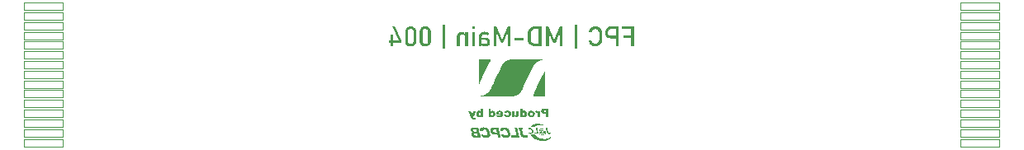
<source format=gbr>
%TF.GenerationSoftware,KiCad,Pcbnew,8.0.1*%
%TF.CreationDate,2024-12-25T00:55:02+09:00*%
%TF.ProjectId,FPC-MD-Main-20240719,4650432d-4d44-42d4-9d61-696e2d323032,rev?*%
%TF.SameCoordinates,Original*%
%TF.FileFunction,Legend,Bot*%
%TF.FilePolarity,Positive*%
%FSLAX46Y46*%
G04 Gerber Fmt 4.6, Leading zero omitted, Abs format (unit mm)*
G04 Created by KiCad (PCBNEW 8.0.1) date 2024-12-25 00:55:02*
%MOMM*%
%LPD*%
G01*
G04 APERTURE LIST*
G04 Aperture macros list*
%AMRoundRect*
0 Rectangle with rounded corners*
0 $1 Rounding radius*
0 $2 $3 $4 $5 $6 $7 $8 $9 X,Y pos of 4 corners*
0 Add a 4 corners polygon primitive as box body*
4,1,4,$2,$3,$4,$5,$6,$7,$8,$9,$2,$3,0*
0 Add four circle primitives for the rounded corners*
1,1,$1+$1,$2,$3*
1,1,$1+$1,$4,$5*
1,1,$1+$1,$6,$7*
1,1,$1+$1,$8,$9*
0 Add four rect primitives between the rounded corners*
20,1,$1+$1,$2,$3,$4,$5,0*
20,1,$1+$1,$4,$5,$6,$7,0*
20,1,$1+$1,$6,$7,$8,$9,0*
20,1,$1+$1,$8,$9,$2,$3,0*%
G04 Aperture macros list end*
%ADD10C,0.000000*%
%ADD11C,0.100000*%
%ADD12RoundRect,0.000000X-2.000000X0.350000X-2.000000X-0.350000X2.000000X-0.350000X2.000000X0.350000X0*%
%ADD13RoundRect,0.000000X2.000000X-0.350000X2.000000X0.350000X-2.000000X0.350000X-2.000000X-0.350000X0*%
G04 APERTURE END LIST*
D10*
G36*
X46668451Y-5922133D02*
G01*
X46733216Y-6207739D01*
X46746718Y-6267281D01*
X46771384Y-6382681D01*
X46779443Y-6429868D01*
X46778771Y-6431220D01*
X46777920Y-6432500D01*
X46776857Y-6433709D01*
X46775545Y-6434850D01*
X46773949Y-6435923D01*
X46772034Y-6436933D01*
X46769766Y-6437879D01*
X46767107Y-6438765D01*
X46764024Y-6439591D01*
X46760481Y-6440361D01*
X46756442Y-6441076D01*
X46751873Y-6441737D01*
X46746738Y-6442347D01*
X46741002Y-6442909D01*
X46734629Y-6443422D01*
X46727585Y-6443891D01*
X46719834Y-6444316D01*
X46711340Y-6444700D01*
X46691986Y-6445350D01*
X46669240Y-6445858D01*
X46642819Y-6446239D01*
X46612442Y-6446508D01*
X46577826Y-6446681D01*
X46494751Y-6446801D01*
X46388193Y-6446285D01*
X46301291Y-6444453D01*
X46230786Y-6440885D01*
X46200663Y-6438319D01*
X46173415Y-6435160D01*
X46148635Y-6431356D01*
X46125916Y-6426854D01*
X46104850Y-6421602D01*
X46085028Y-6415547D01*
X46066043Y-6408637D01*
X46047488Y-6400818D01*
X46010035Y-6382243D01*
X45998780Y-6376055D01*
X45987839Y-6369599D01*
X45977213Y-6362879D01*
X45966906Y-6355900D01*
X45956921Y-6348668D01*
X45947260Y-6341185D01*
X45937927Y-6333458D01*
X45928924Y-6325490D01*
X45920254Y-6317286D01*
X45911921Y-6308852D01*
X45903927Y-6300191D01*
X45896274Y-6291309D01*
X45888967Y-6282210D01*
X45882008Y-6272898D01*
X45875399Y-6263378D01*
X45869144Y-6253655D01*
X45863246Y-6243734D01*
X45857707Y-6233620D01*
X45852530Y-6223315D01*
X45847719Y-6212827D01*
X45843276Y-6202159D01*
X45839204Y-6191315D01*
X45835506Y-6180301D01*
X45832185Y-6169121D01*
X45829244Y-6157780D01*
X45826686Y-6146282D01*
X45824513Y-6134632D01*
X45822728Y-6122836D01*
X45821336Y-6110896D01*
X45820845Y-6104960D01*
X46105285Y-6104960D01*
X46105484Y-6112873D01*
X46106082Y-6120539D01*
X46107081Y-6127960D01*
X46108485Y-6135137D01*
X46110294Y-6142071D01*
X46112512Y-6148764D01*
X46115141Y-6155217D01*
X46118183Y-6161432D01*
X46121641Y-6167409D01*
X46125516Y-6173151D01*
X46129812Y-6178658D01*
X46134529Y-6183932D01*
X46139672Y-6188974D01*
X46145242Y-6193785D01*
X46151241Y-6198368D01*
X46157672Y-6202723D01*
X46164537Y-6206852D01*
X46171839Y-6210756D01*
X46179579Y-6214436D01*
X46187760Y-6217893D01*
X46196385Y-6221130D01*
X46205455Y-6224147D01*
X46214974Y-6226947D01*
X46224942Y-6229529D01*
X46235364Y-6231896D01*
X46246240Y-6234048D01*
X46257574Y-6235988D01*
X46269368Y-6237716D01*
X46281623Y-6239235D01*
X46294343Y-6240544D01*
X46321184Y-6242543D01*
X46347112Y-6243825D01*
X46368859Y-6244461D01*
X46386911Y-6244403D01*
X46394702Y-6244098D01*
X46401750Y-6243601D01*
X46408117Y-6242906D01*
X46413861Y-6242006D01*
X46419045Y-6240894D01*
X46423727Y-6239566D01*
X46427970Y-6238015D01*
X46431832Y-6236234D01*
X46435375Y-6234218D01*
X46438660Y-6231960D01*
X46442193Y-6229129D01*
X46443782Y-6227792D01*
X46445250Y-6226480D01*
X46446597Y-6225171D01*
X46447822Y-6223846D01*
X46448925Y-6222483D01*
X46449904Y-6221062D01*
X46450760Y-6219562D01*
X46451491Y-6217962D01*
X46451809Y-6217118D01*
X46452096Y-6216241D01*
X46452575Y-6214379D01*
X46452927Y-6212355D01*
X46453151Y-6210149D01*
X46453246Y-6207739D01*
X46453212Y-6205104D01*
X46453047Y-6202225D01*
X46452752Y-6199080D01*
X46452325Y-6195649D01*
X46451765Y-6191910D01*
X46451072Y-6187844D01*
X46450244Y-6183429D01*
X46449282Y-6178645D01*
X46448185Y-6173470D01*
X46445579Y-6161868D01*
X46442422Y-6148457D01*
X46438706Y-6133070D01*
X46434426Y-6115543D01*
X46429494Y-6094976D01*
X46424339Y-6075624D01*
X46419134Y-6057909D01*
X46414053Y-6042253D01*
X46409270Y-6029078D01*
X46404959Y-6018805D01*
X46403034Y-6014888D01*
X46401292Y-6011855D01*
X46399754Y-6009759D01*
X46398443Y-6008651D01*
X46393393Y-6007349D01*
X46385623Y-6006220D01*
X46363353Y-6004484D01*
X46334484Y-6003442D01*
X46301870Y-6003095D01*
X46268363Y-6003442D01*
X46236816Y-6004484D01*
X46210081Y-6006220D01*
X46199409Y-6007349D01*
X46191010Y-6008651D01*
X46186202Y-6009724D01*
X46181501Y-6010954D01*
X46176912Y-6012339D01*
X46172438Y-6013875D01*
X46168080Y-6015559D01*
X46163842Y-6017388D01*
X46159727Y-6019358D01*
X46155738Y-6021467D01*
X46151877Y-6023711D01*
X46148148Y-6026086D01*
X46144554Y-6028589D01*
X46141097Y-6031217D01*
X46137780Y-6033967D01*
X46134606Y-6036836D01*
X46131579Y-6039819D01*
X46128701Y-6042915D01*
X46125974Y-6046119D01*
X46123402Y-6049428D01*
X46120988Y-6052839D01*
X46118735Y-6056349D01*
X46116645Y-6059954D01*
X46114722Y-6063651D01*
X46112968Y-6067437D01*
X46111387Y-6071308D01*
X46109980Y-6075261D01*
X46108752Y-6079294D01*
X46107705Y-6083402D01*
X46106841Y-6087582D01*
X46106165Y-6091831D01*
X46105678Y-6096146D01*
X46105383Y-6100523D01*
X46105285Y-6104960D01*
X45820845Y-6104960D01*
X45820337Y-6098818D01*
X45819736Y-6086607D01*
X45819535Y-6074268D01*
X45819671Y-6053085D01*
X45819940Y-6044242D01*
X45820428Y-6036366D01*
X45821201Y-6029309D01*
X45822325Y-6022922D01*
X45823039Y-6019933D01*
X45823865Y-6017056D01*
X45824811Y-6014272D01*
X45825885Y-6011562D01*
X45827095Y-6008908D01*
X45828451Y-6006291D01*
X45829958Y-6003692D01*
X45831627Y-6001094D01*
X45835480Y-5995823D01*
X45840073Y-5990329D01*
X45845473Y-5984463D01*
X45851744Y-5978075D01*
X45867160Y-5963143D01*
X45872140Y-5958446D01*
X45877138Y-5953895D01*
X45882119Y-5949511D01*
X45887053Y-5945317D01*
X45896647Y-5937582D01*
X45901241Y-5934085D01*
X45905657Y-5930864D01*
X45909862Y-5927940D01*
X45913824Y-5925337D01*
X45917510Y-5923074D01*
X45920887Y-5921173D01*
X45923923Y-5919658D01*
X45926586Y-5918548D01*
X45928842Y-5917867D01*
X45930660Y-5917635D01*
X45933311Y-5917588D01*
X45935710Y-5917451D01*
X45937858Y-5917226D01*
X45939757Y-5916913D01*
X45941409Y-5916516D01*
X45942815Y-5916037D01*
X45943977Y-5915478D01*
X45944898Y-5914840D01*
X45945578Y-5914126D01*
X45945828Y-5913742D01*
X45946020Y-5913339D01*
X45946151Y-5912918D01*
X45946224Y-5912480D01*
X45946194Y-5911551D01*
X45945930Y-5910555D01*
X45945435Y-5909494D01*
X45944710Y-5908369D01*
X45943757Y-5907184D01*
X45942577Y-5905939D01*
X45941173Y-5904638D01*
X45939546Y-5903282D01*
X45937698Y-5901873D01*
X45935631Y-5900414D01*
X45933346Y-5898907D01*
X45930845Y-5897354D01*
X45928130Y-5895757D01*
X45925203Y-5894118D01*
X45922065Y-5892439D01*
X45918718Y-5890723D01*
X45915163Y-5888971D01*
X45907441Y-5885369D01*
X45898910Y-5881651D01*
X45889570Y-5877627D01*
X45880407Y-5873106D01*
X45871431Y-5868107D01*
X45862652Y-5862649D01*
X45854080Y-5856750D01*
X45845725Y-5850428D01*
X45837597Y-5843701D01*
X45829705Y-5836589D01*
X45822060Y-5829110D01*
X45814671Y-5821282D01*
X45807548Y-5813123D01*
X45800702Y-5804651D01*
X45794142Y-5795886D01*
X45787877Y-5786846D01*
X45781919Y-5777549D01*
X45776276Y-5768013D01*
X45770958Y-5758257D01*
X45765976Y-5748299D01*
X45761340Y-5738158D01*
X45757058Y-5727852D01*
X45753142Y-5717399D01*
X45749601Y-5706819D01*
X45746444Y-5696129D01*
X45744911Y-5690143D01*
X46031431Y-5690143D01*
X46031881Y-5697230D01*
X46032812Y-5704362D01*
X46034220Y-5711516D01*
X46036096Y-5718668D01*
X46038434Y-5725795D01*
X46041228Y-5732875D01*
X46044470Y-5739883D01*
X46048153Y-5746797D01*
X46052272Y-5753592D01*
X46056818Y-5760247D01*
X46061786Y-5766737D01*
X46067168Y-5773040D01*
X46072958Y-5779132D01*
X46079149Y-5784990D01*
X46085734Y-5790590D01*
X46092707Y-5795910D01*
X46100060Y-5800926D01*
X46107787Y-5805615D01*
X46115881Y-5809953D01*
X46124335Y-5813918D01*
X46135577Y-5818353D01*
X46148838Y-5822511D01*
X46163779Y-5826361D01*
X46180063Y-5829876D01*
X46197351Y-5833024D01*
X46215306Y-5835777D01*
X46233590Y-5838105D01*
X46251864Y-5839979D01*
X46269791Y-5841370D01*
X46287033Y-5842247D01*
X46303251Y-5842582D01*
X46318109Y-5842344D01*
X46331267Y-5841505D01*
X46342389Y-5840035D01*
X46351135Y-5837905D01*
X46354512Y-5836583D01*
X46357168Y-5835085D01*
X46358216Y-5834342D01*
X46359176Y-5833497D01*
X46360048Y-5832541D01*
X46360831Y-5831465D01*
X46361524Y-5830260D01*
X46362126Y-5828915D01*
X46362637Y-5827423D01*
X46363055Y-5825775D01*
X46363380Y-5823960D01*
X46363612Y-5821970D01*
X46363749Y-5819797D01*
X46363791Y-5817430D01*
X46363736Y-5814861D01*
X46363585Y-5812080D01*
X46363336Y-5809079D01*
X46362989Y-5805848D01*
X46362542Y-5802379D01*
X46361996Y-5798661D01*
X46360599Y-5790447D01*
X46358794Y-5781131D01*
X46356573Y-5770642D01*
X46353930Y-5758907D01*
X46350859Y-5745852D01*
X46347355Y-5731405D01*
X46343410Y-5715493D01*
X46331868Y-5672267D01*
X46321714Y-5635589D01*
X46313942Y-5609230D01*
X46311259Y-5601098D01*
X46309543Y-5596960D01*
X46309114Y-5596473D01*
X46308424Y-5596005D01*
X46307481Y-5595556D01*
X46306292Y-5595126D01*
X46303202Y-5594325D01*
X46299208Y-5593603D01*
X46294365Y-5592961D01*
X46288726Y-5592402D01*
X46282346Y-5591926D01*
X46275280Y-5591536D01*
X46267581Y-5591232D01*
X46259303Y-5591017D01*
X46241231Y-5590858D01*
X46221497Y-5591071D01*
X46200535Y-5591668D01*
X46171146Y-5592629D01*
X46146791Y-5594000D01*
X46136278Y-5594873D01*
X46126753Y-5595891D01*
X46118128Y-5597067D01*
X46110312Y-5598415D01*
X46103215Y-5599949D01*
X46096748Y-5601683D01*
X46090820Y-5603631D01*
X46085342Y-5605807D01*
X46080223Y-5608224D01*
X46075375Y-5610898D01*
X46070706Y-5613841D01*
X46066127Y-5617068D01*
X46060259Y-5621802D01*
X46054956Y-5626860D01*
X46050209Y-5632218D01*
X46046012Y-5637854D01*
X46042359Y-5643745D01*
X46039242Y-5649866D01*
X46036655Y-5656195D01*
X46034592Y-5662709D01*
X46033044Y-5669383D01*
X46032006Y-5676196D01*
X46031470Y-5683124D01*
X46031431Y-5690143D01*
X45744911Y-5690143D01*
X45743683Y-5685347D01*
X45741325Y-5674493D01*
X45739383Y-5663584D01*
X45737865Y-5652639D01*
X45736781Y-5641676D01*
X45736141Y-5630714D01*
X45735955Y-5619772D01*
X45736233Y-5608867D01*
X45736985Y-5598018D01*
X45738162Y-5588154D01*
X45739712Y-5578601D01*
X45741643Y-5569353D01*
X45743964Y-5560404D01*
X45746681Y-5551749D01*
X45749803Y-5543382D01*
X45753337Y-5535297D01*
X45757292Y-5527490D01*
X45761674Y-5519954D01*
X45766492Y-5512683D01*
X45771754Y-5505673D01*
X45777466Y-5498917D01*
X45783638Y-5492410D01*
X45790276Y-5486146D01*
X45797388Y-5480120D01*
X45804983Y-5474325D01*
X45813067Y-5468757D01*
X45821649Y-5463410D01*
X45830737Y-5458278D01*
X45840338Y-5453355D01*
X45850459Y-5448636D01*
X45861110Y-5444115D01*
X45872296Y-5439787D01*
X45884027Y-5435646D01*
X45896310Y-5431687D01*
X45909152Y-5427903D01*
X45936547Y-5420840D01*
X45966273Y-5414413D01*
X45998393Y-5408576D01*
X46041866Y-5404709D01*
X46112412Y-5401846D01*
X46200000Y-5400000D01*
X46294594Y-5399184D01*
X46386163Y-5399409D01*
X46464672Y-5400688D01*
X46520088Y-5403035D01*
X46536000Y-5404611D01*
X46542377Y-5406460D01*
X46557034Y-5457119D01*
X46586413Y-5574999D01*
X46643707Y-5817430D01*
X46668451Y-5922133D01*
G37*
G36*
X47164848Y-5390680D02*
G01*
X47190429Y-5392332D01*
X47214964Y-5394520D01*
X47238116Y-5397242D01*
X47259548Y-5400494D01*
X47278925Y-5404273D01*
X47295910Y-5408576D01*
X47324576Y-5417574D01*
X47352597Y-5427870D01*
X47379923Y-5439426D01*
X47406506Y-5452199D01*
X47432294Y-5466152D01*
X47457240Y-5481242D01*
X47481292Y-5497429D01*
X47504402Y-5514674D01*
X47526519Y-5532936D01*
X47547595Y-5552175D01*
X47567579Y-5572350D01*
X47586422Y-5593421D01*
X47604075Y-5615348D01*
X47620487Y-5638090D01*
X47635610Y-5661607D01*
X47649393Y-5685860D01*
X47658781Y-5704987D01*
X47668588Y-5728600D01*
X47678661Y-5756048D01*
X47688849Y-5786682D01*
X47708962Y-5854910D01*
X47727710Y-5928086D01*
X47743878Y-6001014D01*
X47756252Y-6068497D01*
X47760636Y-6098573D01*
X47763615Y-6125339D01*
X47765037Y-6148145D01*
X47764752Y-6166343D01*
X47762625Y-6185624D01*
X47759432Y-6204366D01*
X47755194Y-6222558D01*
X47749929Y-6240189D01*
X47743657Y-6257246D01*
X47736398Y-6273720D01*
X47728171Y-6289598D01*
X47718995Y-6304869D01*
X47708892Y-6319521D01*
X47697879Y-6333543D01*
X47685976Y-6346924D01*
X47673204Y-6359652D01*
X47659581Y-6371716D01*
X47645128Y-6383104D01*
X47629863Y-6393804D01*
X47613807Y-6403807D01*
X47596979Y-6413099D01*
X47579398Y-6421669D01*
X47561084Y-6429507D01*
X47542057Y-6436600D01*
X47522336Y-6442938D01*
X47501941Y-6448508D01*
X47480892Y-6453300D01*
X47459207Y-6457302D01*
X47436907Y-6460502D01*
X47414011Y-6462889D01*
X47390539Y-6464452D01*
X47366510Y-6465180D01*
X47341944Y-6465059D01*
X47316860Y-6464081D01*
X47291278Y-6462232D01*
X47265218Y-6459501D01*
X47244543Y-6456397D01*
X47222653Y-6452721D01*
X47200217Y-6448600D01*
X47177906Y-6444156D01*
X47156388Y-6439513D01*
X47136333Y-6434796D01*
X47118412Y-6430128D01*
X47103293Y-6425635D01*
X47080274Y-6417039D01*
X47057700Y-6407172D01*
X47035644Y-6396102D01*
X47014178Y-6383897D01*
X46993376Y-6370625D01*
X46973310Y-6356355D01*
X46954054Y-6341155D01*
X46935679Y-6325093D01*
X46918260Y-6308237D01*
X46901869Y-6290656D01*
X46886578Y-6272417D01*
X46872460Y-6253589D01*
X46859590Y-6234241D01*
X46848038Y-6214439D01*
X46837879Y-6194253D01*
X46829184Y-6173751D01*
X46823630Y-6158567D01*
X46821453Y-6152269D01*
X46819676Y-6146731D01*
X46818303Y-6141875D01*
X46817334Y-6137623D01*
X46816772Y-6133899D01*
X46816617Y-6130624D01*
X46816693Y-6129131D01*
X46816872Y-6127722D01*
X46817153Y-6126386D01*
X46817537Y-6125113D01*
X46818024Y-6123896D01*
X46818615Y-6122722D01*
X46819309Y-6121584D01*
X46820106Y-6120471D01*
X46822014Y-6118281D01*
X46824338Y-6116076D01*
X46827080Y-6113778D01*
X46830243Y-6111310D01*
X46833134Y-6109585D01*
X46836653Y-6107984D01*
X46840808Y-6106503D01*
X46845606Y-6105142D01*
X46851055Y-6103898D01*
X46857163Y-6102771D01*
X46863937Y-6101758D01*
X46871386Y-6100859D01*
X46879517Y-6100071D01*
X46888338Y-6099393D01*
X46897856Y-6098824D01*
X46908080Y-6098362D01*
X46919017Y-6098005D01*
X46930675Y-6097752D01*
X46956185Y-6097551D01*
X47060960Y-6097551D01*
X47114935Y-6154701D01*
X47122984Y-6163043D01*
X47130516Y-6170638D01*
X47137608Y-6177532D01*
X47144337Y-6183772D01*
X47150780Y-6189405D01*
X47157016Y-6194476D01*
X47163122Y-6199032D01*
X47169174Y-6203120D01*
X47175252Y-6206787D01*
X47181432Y-6210078D01*
X47187792Y-6213040D01*
X47194409Y-6215721D01*
X47201361Y-6218166D01*
X47208726Y-6220421D01*
X47216580Y-6222534D01*
X47225002Y-6224551D01*
X47239934Y-6227579D01*
X47254918Y-6229919D01*
X47269880Y-6231581D01*
X47284748Y-6232571D01*
X47299448Y-6232898D01*
X47313908Y-6232569D01*
X47328054Y-6231592D01*
X47341815Y-6229975D01*
X47355117Y-6227726D01*
X47367887Y-6224851D01*
X47380052Y-6221359D01*
X47391540Y-6217259D01*
X47402278Y-6212556D01*
X47412192Y-6207260D01*
X47421211Y-6201378D01*
X47429260Y-6194918D01*
X47434553Y-6189979D01*
X47439517Y-6184875D01*
X47444154Y-6179590D01*
X47448463Y-6174107D01*
X47452445Y-6168410D01*
X47456100Y-6162483D01*
X47459429Y-6156309D01*
X47462432Y-6149873D01*
X47465109Y-6143157D01*
X47467462Y-6136146D01*
X47469489Y-6128824D01*
X47471192Y-6121174D01*
X47472571Y-6113179D01*
X47473627Y-6104824D01*
X47474359Y-6096093D01*
X47474768Y-6086968D01*
X47474855Y-6077434D01*
X47474620Y-6067475D01*
X47474063Y-6057073D01*
X47473185Y-6046214D01*
X47471986Y-6034880D01*
X47470466Y-6023056D01*
X47466467Y-5997870D01*
X47461190Y-5970526D01*
X47454639Y-5940893D01*
X47446817Y-5908842D01*
X47437726Y-5874243D01*
X47428823Y-5844429D01*
X47418786Y-5816504D01*
X47407624Y-5790474D01*
X47395344Y-5766343D01*
X47381954Y-5744115D01*
X47374845Y-5733717D01*
X47367461Y-5723796D01*
X47359804Y-5714354D01*
X47351874Y-5705391D01*
X47343673Y-5696906D01*
X47335201Y-5688902D01*
X47326459Y-5681379D01*
X47317448Y-5674337D01*
X47308169Y-5667776D01*
X47298624Y-5661698D01*
X47288813Y-5656103D01*
X47278737Y-5650991D01*
X47268396Y-5646363D01*
X47257793Y-5642220D01*
X47246928Y-5638562D01*
X47235802Y-5635390D01*
X47224416Y-5632705D01*
X47212771Y-5630506D01*
X47200867Y-5628795D01*
X47188707Y-5627572D01*
X47176290Y-5626838D01*
X47163618Y-5626593D01*
X47148393Y-5627031D01*
X47134041Y-5627963D01*
X47120516Y-5629414D01*
X47107774Y-5631405D01*
X47095771Y-5633961D01*
X47084460Y-5637104D01*
X47073797Y-5640858D01*
X47063738Y-5645246D01*
X47054236Y-5650292D01*
X47045248Y-5656018D01*
X47036728Y-5662447D01*
X47028631Y-5669604D01*
X47020913Y-5677512D01*
X47013527Y-5686192D01*
X47006430Y-5695670D01*
X46999577Y-5705968D01*
X46973118Y-5748301D01*
X46853527Y-5748301D01*
X46825400Y-5748103D01*
X46800560Y-5747508D01*
X46779020Y-5746515D01*
X46760790Y-5745126D01*
X46745885Y-5743340D01*
X46739682Y-5742299D01*
X46734315Y-5741158D01*
X46729786Y-5739917D01*
X46726095Y-5738578D01*
X46723244Y-5737139D01*
X46721235Y-5735601D01*
X46720547Y-5734830D01*
X46719872Y-5733908D01*
X46719210Y-5732840D01*
X46718562Y-5731631D01*
X46717312Y-5728804D01*
X46716125Y-5725464D01*
X46715007Y-5721647D01*
X46713961Y-5717388D01*
X46712993Y-5712723D01*
X46712107Y-5707688D01*
X46711308Y-5702317D01*
X46710600Y-5696648D01*
X46709988Y-5690714D01*
X46709477Y-5684553D01*
X46709072Y-5678200D01*
X46708777Y-5671690D01*
X46708596Y-5665059D01*
X46708535Y-5658343D01*
X46709378Y-5634096D01*
X46710433Y-5622392D01*
X46711910Y-5610966D01*
X46713810Y-5599819D01*
X46716132Y-5588952D01*
X46718877Y-5578363D01*
X46722045Y-5568054D01*
X46725636Y-5558024D01*
X46729651Y-5548272D01*
X46734089Y-5538800D01*
X46738952Y-5529607D01*
X46744238Y-5520692D01*
X46749948Y-5512057D01*
X46756083Y-5503701D01*
X46762642Y-5495624D01*
X46769626Y-5487826D01*
X46777035Y-5480307D01*
X46784870Y-5473067D01*
X46793129Y-5466107D01*
X46801814Y-5459425D01*
X46810925Y-5453022D01*
X46820462Y-5446899D01*
X46830425Y-5441054D01*
X46840815Y-5435488D01*
X46851630Y-5430202D01*
X46874542Y-5420466D01*
X46899163Y-5411846D01*
X46925493Y-5404343D01*
X46943036Y-5400461D01*
X46962897Y-5397145D01*
X46984738Y-5394395D01*
X47008225Y-5392205D01*
X47033020Y-5390574D01*
X47058787Y-5389497D01*
X47111892Y-5388997D01*
X47164848Y-5390680D01*
G37*
G36*
X51830037Y-5443115D02*
G01*
X51842674Y-5443684D01*
X51854780Y-5444543D01*
X51866179Y-5445694D01*
X51876695Y-5447137D01*
X51886150Y-5448875D01*
X51894368Y-5450910D01*
X51916082Y-5458549D01*
X51937510Y-5467523D01*
X51958562Y-5477752D01*
X51979151Y-5489158D01*
X51999187Y-5501662D01*
X52018584Y-5515185D01*
X52037252Y-5529647D01*
X52055103Y-5544969D01*
X52072048Y-5561073D01*
X52088000Y-5577879D01*
X52102869Y-5595308D01*
X52116569Y-5613281D01*
X52129009Y-5631720D01*
X52140102Y-5650544D01*
X52149760Y-5669675D01*
X52157893Y-5689035D01*
X52162779Y-5703499D01*
X52167114Y-5718629D01*
X52170895Y-5734295D01*
X52174116Y-5750368D01*
X52176772Y-5766721D01*
X52178859Y-5783224D01*
X52180373Y-5799749D01*
X52181309Y-5816167D01*
X52181662Y-5832349D01*
X52181427Y-5848167D01*
X52180600Y-5863492D01*
X52179176Y-5878195D01*
X52177150Y-5892148D01*
X52174519Y-5905222D01*
X52171276Y-5917288D01*
X52167418Y-5928218D01*
X52163018Y-5937894D01*
X52158158Y-5947273D01*
X52152853Y-5956350D01*
X52147116Y-5965119D01*
X52140958Y-5973575D01*
X52134392Y-5981712D01*
X52127433Y-5989526D01*
X52120091Y-5997010D01*
X52112380Y-6004159D01*
X52104314Y-6010967D01*
X52095903Y-6017431D01*
X52087163Y-6023542D01*
X52078104Y-6029298D01*
X52068741Y-6034691D01*
X52059085Y-6039717D01*
X52049149Y-6044370D01*
X52038948Y-6048645D01*
X52028492Y-6052536D01*
X52017795Y-6056038D01*
X52006870Y-6059145D01*
X51995729Y-6061853D01*
X51984386Y-6064155D01*
X51972853Y-6066046D01*
X51961142Y-6067521D01*
X51949268Y-6068574D01*
X51937242Y-6069201D01*
X51925077Y-6069394D01*
X51912786Y-6069150D01*
X51900382Y-6068462D01*
X51887877Y-6067326D01*
X51875285Y-6065735D01*
X51862618Y-6063685D01*
X51851705Y-6061526D01*
X51840106Y-6058672D01*
X51827976Y-6055195D01*
X51815473Y-6051167D01*
X51802752Y-6046661D01*
X51789972Y-6041751D01*
X51777287Y-6036509D01*
X51764855Y-6031009D01*
X51752832Y-6025322D01*
X51741375Y-6019522D01*
X51730641Y-6013682D01*
X51720785Y-6007874D01*
X51711965Y-6002172D01*
X51704338Y-5996648D01*
X51698059Y-5991375D01*
X51693285Y-5986426D01*
X51692727Y-5985704D01*
X51692244Y-5984926D01*
X51691836Y-5984092D01*
X51691503Y-5983204D01*
X51691247Y-5982260D01*
X51691067Y-5981261D01*
X51690963Y-5980208D01*
X51690937Y-5979101D01*
X51690988Y-5977939D01*
X51691117Y-5976723D01*
X51691325Y-5975453D01*
X51691611Y-5974129D01*
X51691976Y-5972752D01*
X51692420Y-5971322D01*
X51692945Y-5969839D01*
X51693550Y-5968302D01*
X51694235Y-5966713D01*
X51695001Y-5965072D01*
X51695849Y-5963378D01*
X51696778Y-5961632D01*
X51698884Y-5957984D01*
X51701322Y-5954131D01*
X51704094Y-5950072D01*
X51707205Y-5945811D01*
X51710656Y-5941348D01*
X51714452Y-5936685D01*
X51746202Y-5898585D01*
X51791710Y-5922926D01*
X51803068Y-5928865D01*
X51814313Y-5934183D01*
X51825431Y-5938886D01*
X51836408Y-5942979D01*
X51847230Y-5946468D01*
X51857883Y-5949360D01*
X51868353Y-5951658D01*
X51878626Y-5953370D01*
X51888688Y-5954500D01*
X51898525Y-5955055D01*
X51908124Y-5955039D01*
X51917470Y-5954459D01*
X51926549Y-5953320D01*
X51935348Y-5951628D01*
X51943852Y-5949388D01*
X51952047Y-5946607D01*
X51959921Y-5943288D01*
X51967457Y-5939439D01*
X51974644Y-5935065D01*
X51981466Y-5930171D01*
X51987910Y-5924764D01*
X51993961Y-5918848D01*
X51999607Y-5912429D01*
X52004832Y-5905513D01*
X52009623Y-5898106D01*
X52013966Y-5890213D01*
X52017847Y-5881840D01*
X52021253Y-5872992D01*
X52024168Y-5863676D01*
X52026579Y-5853896D01*
X52028473Y-5843658D01*
X52029835Y-5832968D01*
X52030898Y-5813477D01*
X52030548Y-5793969D01*
X52028837Y-5774551D01*
X52025817Y-5755329D01*
X52021537Y-5736412D01*
X52016050Y-5717905D01*
X52009406Y-5699916D01*
X52001657Y-5682552D01*
X51992853Y-5665920D01*
X51983047Y-5650126D01*
X51972289Y-5635279D01*
X51960630Y-5621483D01*
X51948121Y-5608848D01*
X51934814Y-5597478D01*
X51920760Y-5587483D01*
X51906010Y-5578968D01*
X51895212Y-5573945D01*
X51883923Y-5569592D01*
X51872247Y-5565908D01*
X51860287Y-5562895D01*
X51848146Y-5560550D01*
X51835930Y-5558876D01*
X51823742Y-5557872D01*
X51811686Y-5557537D01*
X51799865Y-5557872D01*
X51788384Y-5558876D01*
X51777346Y-5560550D01*
X51766856Y-5562895D01*
X51757016Y-5565908D01*
X51747932Y-5569592D01*
X51739706Y-5573945D01*
X51735948Y-5576373D01*
X51732443Y-5578968D01*
X51726860Y-5583220D01*
X51721314Y-5587187D01*
X51715942Y-5590781D01*
X51710880Y-5593917D01*
X51708508Y-5595286D01*
X51706264Y-5596507D01*
X51704166Y-5597570D01*
X51702231Y-5598464D01*
X51700476Y-5599179D01*
X51698918Y-5599703D01*
X51697573Y-5600025D01*
X51696460Y-5600135D01*
X51695915Y-5600082D01*
X51695274Y-5599927D01*
X51694539Y-5599671D01*
X51693715Y-5599316D01*
X51691809Y-5598321D01*
X51689581Y-5596960D01*
X51687055Y-5595251D01*
X51684256Y-5593214D01*
X51681209Y-5590867D01*
X51677939Y-5588228D01*
X51674471Y-5585317D01*
X51670828Y-5582151D01*
X51667037Y-5578750D01*
X51663122Y-5575132D01*
X51659108Y-5571315D01*
X51655020Y-5567318D01*
X51650881Y-5563160D01*
X51646718Y-5558860D01*
X51606502Y-5517585D01*
X51642485Y-5492185D01*
X51646200Y-5489385D01*
X51650176Y-5486552D01*
X51654380Y-5483704D01*
X51658773Y-5480857D01*
X51667990Y-5475237D01*
X51677542Y-5469827D01*
X51687144Y-5464765D01*
X51696510Y-5460187D01*
X51705354Y-5456228D01*
X51709492Y-5454524D01*
X51713393Y-5453026D01*
X51721611Y-5450782D01*
X51731067Y-5448812D01*
X51741582Y-5447117D01*
X51752982Y-5445701D01*
X51765088Y-5444563D01*
X51777724Y-5443706D01*
X51790714Y-5443131D01*
X51803881Y-5442840D01*
X51817047Y-5442834D01*
X51830037Y-5443115D01*
G37*
G36*
X53336877Y-5914460D02*
G01*
X53337194Y-5921839D01*
X53337333Y-5928547D01*
X53337265Y-5934656D01*
X53336959Y-5940240D01*
X53336387Y-5945371D01*
X53335519Y-5950123D01*
X53334325Y-5954567D01*
X53333596Y-5956697D01*
X53332776Y-5958777D01*
X53331859Y-5960818D01*
X53330842Y-5962826D01*
X53328495Y-5966787D01*
X53325704Y-5970732D01*
X53322440Y-5974735D01*
X53318674Y-5978868D01*
X53314377Y-5983204D01*
X53309518Y-5987816D01*
X53304068Y-5992776D01*
X53296474Y-5999151D01*
X53292632Y-6002060D01*
X53288756Y-6004784D01*
X53284842Y-6007322D01*
X53280888Y-6009675D01*
X53276891Y-6011844D01*
X53272848Y-6013827D01*
X53268754Y-6015626D01*
X53264608Y-6017241D01*
X53260406Y-6018672D01*
X53256146Y-6019919D01*
X53251823Y-6020982D01*
X53247435Y-6021862D01*
X53242979Y-6022558D01*
X53238452Y-6023071D01*
X53233850Y-6023401D01*
X53229171Y-6023549D01*
X53224411Y-6023514D01*
X53219567Y-6023296D01*
X53214637Y-6022897D01*
X53209616Y-6022315D01*
X53199293Y-6020607D01*
X53188574Y-6018174D01*
X53177432Y-6015016D01*
X53165844Y-6011136D01*
X53153785Y-6006535D01*
X53140000Y-6001024D01*
X53134272Y-5998893D01*
X53129228Y-5997175D01*
X53124798Y-5995866D01*
X53120913Y-5994963D01*
X53117501Y-5994464D01*
X53115952Y-5994364D01*
X53114494Y-5994364D01*
X53113121Y-5994463D01*
X53111822Y-5994661D01*
X53110590Y-5994957D01*
X53109416Y-5995352D01*
X53108290Y-5995844D01*
X53107204Y-5996433D01*
X53106150Y-5997120D01*
X53105118Y-5997903D01*
X53103088Y-5999756D01*
X53101044Y-6001991D01*
X53098916Y-6004605D01*
X53096635Y-6007593D01*
X53095543Y-6009041D01*
X53094444Y-6010410D01*
X53093333Y-6011700D01*
X53092203Y-6012914D01*
X53091049Y-6014051D01*
X53089863Y-6015114D01*
X53088641Y-6016102D01*
X53087375Y-6017019D01*
X53086059Y-6017864D01*
X53084687Y-6018639D01*
X53083254Y-6019345D01*
X53081752Y-6019983D01*
X53080176Y-6020554D01*
X53078519Y-6021060D01*
X53076776Y-6021502D01*
X53074939Y-6021881D01*
X53073003Y-6022197D01*
X53070962Y-6022453D01*
X53068809Y-6022648D01*
X53066539Y-6022786D01*
X53064144Y-6022866D01*
X53061619Y-6022890D01*
X53058958Y-6022859D01*
X53056154Y-6022773D01*
X53050093Y-6022446D01*
X53043388Y-6021918D01*
X53035987Y-6021197D01*
X53027843Y-6020293D01*
X53014535Y-6018438D01*
X53001406Y-6016055D01*
X52988471Y-6013157D01*
X52975741Y-6009755D01*
X52963230Y-6005862D01*
X52950950Y-6001489D01*
X52938915Y-5996650D01*
X52927136Y-5991354D01*
X52904401Y-5979445D01*
X52882847Y-5965859D01*
X52862577Y-5950692D01*
X52843693Y-5934039D01*
X52826297Y-5915997D01*
X52818190Y-5906485D01*
X52810492Y-5896662D01*
X52803218Y-5886540D01*
X52796380Y-5876131D01*
X52789991Y-5865446D01*
X52784063Y-5854498D01*
X52778609Y-5843300D01*
X52773643Y-5831862D01*
X52769177Y-5820196D01*
X52765224Y-5808316D01*
X52761796Y-5796233D01*
X52758906Y-5783959D01*
X52756568Y-5771505D01*
X52754793Y-5758885D01*
X52753927Y-5749984D01*
X52753507Y-5741148D01*
X52753527Y-5732385D01*
X52753981Y-5723703D01*
X52754862Y-5715112D01*
X52756163Y-5706618D01*
X52757879Y-5698232D01*
X52760002Y-5689961D01*
X52762527Y-5681814D01*
X52765448Y-5673799D01*
X52768757Y-5665926D01*
X52772448Y-5658202D01*
X52776515Y-5650637D01*
X52780952Y-5643238D01*
X52785752Y-5636014D01*
X52790909Y-5628974D01*
X52796416Y-5622126D01*
X52802267Y-5615479D01*
X52808456Y-5609042D01*
X52814976Y-5602822D01*
X52821820Y-5596828D01*
X52828983Y-5591070D01*
X52836458Y-5585554D01*
X52844239Y-5580291D01*
X52852319Y-5575288D01*
X52860692Y-5570554D01*
X52869351Y-5566098D01*
X52878290Y-5561927D01*
X52887502Y-5558051D01*
X52896982Y-5554479D01*
X52906723Y-5551217D01*
X52916718Y-5548276D01*
X52929176Y-5545174D01*
X52943011Y-5542606D01*
X52958037Y-5540563D01*
X52974067Y-5539032D01*
X52990915Y-5538004D01*
X53008396Y-5537468D01*
X53026324Y-5537412D01*
X53044512Y-5537825D01*
X53062775Y-5538698D01*
X53080925Y-5540018D01*
X53098779Y-5541776D01*
X53116148Y-5543960D01*
X53132848Y-5546560D01*
X53148692Y-5549564D01*
X53163494Y-5552962D01*
X53177068Y-5556743D01*
X53207931Y-5567711D01*
X53237387Y-5580338D01*
X53265395Y-5594576D01*
X53291914Y-5610371D01*
X53316901Y-5627673D01*
X53340314Y-5646431D01*
X53362112Y-5666593D01*
X53382253Y-5688109D01*
X53400694Y-5710927D01*
X53417395Y-5734996D01*
X53432312Y-5760265D01*
X53445405Y-5786682D01*
X53456632Y-5814198D01*
X53465950Y-5842760D01*
X53473318Y-5872317D01*
X53478693Y-5902818D01*
X53479770Y-5912416D01*
X53480425Y-5921956D01*
X53480662Y-5931428D01*
X53480488Y-5940825D01*
X53479907Y-5950137D01*
X53478926Y-5959356D01*
X53477549Y-5968474D01*
X53475783Y-5977480D01*
X53473632Y-5986367D01*
X53471102Y-5995126D01*
X53468198Y-6003749D01*
X53464927Y-6012225D01*
X53457300Y-6028707D01*
X53448266Y-6044502D01*
X53437868Y-6059541D01*
X53426149Y-6073753D01*
X53413152Y-6087070D01*
X53398921Y-6099420D01*
X53383500Y-6110735D01*
X53366932Y-6120944D01*
X53349259Y-6129979D01*
X53340023Y-6134033D01*
X53330527Y-6137768D01*
X53298905Y-6148306D01*
X53265772Y-6156541D01*
X53231451Y-6162525D01*
X53196267Y-6166310D01*
X53160543Y-6167950D01*
X53124604Y-6167496D01*
X53088774Y-6165003D01*
X53053376Y-6160522D01*
X53018734Y-6154107D01*
X52985173Y-6145809D01*
X52953017Y-6135682D01*
X52922589Y-6123778D01*
X52894214Y-6110151D01*
X52868215Y-6094852D01*
X52844917Y-6077934D01*
X52834382Y-6068885D01*
X52824643Y-6059451D01*
X52789718Y-6023468D01*
X52817235Y-6023468D01*
X52820291Y-6023651D01*
X52823872Y-6024189D01*
X52827934Y-6025066D01*
X52832432Y-6026263D01*
X52837320Y-6027764D01*
X52842554Y-6029551D01*
X52848089Y-6031609D01*
X52853880Y-6033919D01*
X52859881Y-6036465D01*
X52866049Y-6039229D01*
X52872337Y-6042195D01*
X52878701Y-6045346D01*
X52885096Y-6048664D01*
X52891477Y-6052132D01*
X52897800Y-6055734D01*
X52904018Y-6059451D01*
X52921940Y-6069508D01*
X52940729Y-6078638D01*
X52960313Y-6086831D01*
X52980615Y-6094079D01*
X53001563Y-6100371D01*
X53023081Y-6105700D01*
X53045095Y-6110054D01*
X53067531Y-6113426D01*
X53090314Y-6115806D01*
X53113370Y-6117184D01*
X53136624Y-6117552D01*
X53160003Y-6116899D01*
X53183431Y-6115217D01*
X53206834Y-6112496D01*
X53230138Y-6108727D01*
X53253268Y-6103901D01*
X53272912Y-6098706D01*
X53291356Y-6092652D01*
X53308591Y-6085749D01*
X53324607Y-6078005D01*
X53332155Y-6073821D01*
X53339395Y-6069431D01*
X53346326Y-6064835D01*
X53352946Y-6060034D01*
X53359255Y-6055031D01*
X53365251Y-6049826D01*
X53370933Y-6044419D01*
X53376300Y-6038814D01*
X53381350Y-6033010D01*
X53386083Y-6027008D01*
X53390498Y-6020811D01*
X53394593Y-6014418D01*
X53398367Y-6007832D01*
X53401819Y-6001053D01*
X53404948Y-5994083D01*
X53407752Y-5986922D01*
X53410231Y-5979573D01*
X53412383Y-5972035D01*
X53414207Y-5964310D01*
X53415702Y-5956400D01*
X53416867Y-5948306D01*
X53417700Y-5940028D01*
X53418201Y-5931567D01*
X53418368Y-5922926D01*
X53417568Y-5900078D01*
X53415187Y-5877604D01*
X53411259Y-5855558D01*
X53405817Y-5833993D01*
X53398893Y-5812961D01*
X53390519Y-5792516D01*
X53380728Y-5772709D01*
X53369553Y-5753593D01*
X53357026Y-5735222D01*
X53343179Y-5717647D01*
X53328046Y-5700922D01*
X53311659Y-5685099D01*
X53294050Y-5670231D01*
X53275251Y-5656371D01*
X53255297Y-5643571D01*
X53234218Y-5631885D01*
X53222455Y-5625887D01*
X53211648Y-5620563D01*
X53201613Y-5615869D01*
X53192166Y-5611760D01*
X53183122Y-5608190D01*
X53174296Y-5605114D01*
X53165505Y-5602488D01*
X53156563Y-5600267D01*
X53147286Y-5598405D01*
X53137490Y-5596858D01*
X53126991Y-5595581D01*
X53115602Y-5594529D01*
X53103141Y-5593656D01*
X53089423Y-5592919D01*
X53057477Y-5591668D01*
X53026487Y-5590750D01*
X53001054Y-5590477D01*
X52990080Y-5590629D01*
X52980086Y-5590998D01*
X52970935Y-5591603D01*
X52962491Y-5592462D01*
X52954618Y-5593593D01*
X52947178Y-5595017D01*
X52940037Y-5596750D01*
X52933056Y-5598812D01*
X52926101Y-5601221D01*
X52919033Y-5603996D01*
X52904018Y-5610718D01*
X52899013Y-5613429D01*
X52893944Y-5616386D01*
X52888843Y-5619559D01*
X52883745Y-5622922D01*
X52878684Y-5626446D01*
X52873695Y-5630103D01*
X52868811Y-5633865D01*
X52864066Y-5637705D01*
X52859495Y-5641595D01*
X52855132Y-5645507D01*
X52851011Y-5649412D01*
X52847166Y-5653283D01*
X52843631Y-5657092D01*
X52840440Y-5660811D01*
X52837627Y-5664412D01*
X52835227Y-5667868D01*
X52830760Y-5675872D01*
X52826879Y-5684191D01*
X52823574Y-5692796D01*
X52820834Y-5701660D01*
X52818650Y-5710757D01*
X52817011Y-5720060D01*
X52815909Y-5729541D01*
X52815333Y-5739173D01*
X52815274Y-5748929D01*
X52815720Y-5758782D01*
X52816663Y-5768705D01*
X52818093Y-5778671D01*
X52819999Y-5788651D01*
X52822372Y-5798621D01*
X52828480Y-5818416D01*
X52836336Y-5837839D01*
X52845862Y-5856673D01*
X52856978Y-5874701D01*
X52863108Y-5883345D01*
X52869606Y-5891705D01*
X52876462Y-5899756D01*
X52883666Y-5907470D01*
X52891209Y-5914819D01*
X52899080Y-5921777D01*
X52907270Y-5928316D01*
X52915768Y-5934410D01*
X52924565Y-5940031D01*
X52933652Y-5945151D01*
X52940041Y-5948326D01*
X52946467Y-5951104D01*
X52952869Y-5953486D01*
X52959184Y-5955470D01*
X52965350Y-5957058D01*
X52971305Y-5958248D01*
X52976988Y-5959042D01*
X52982335Y-5959439D01*
X52987286Y-5959439D01*
X52991777Y-5959042D01*
X52995748Y-5958248D01*
X52997519Y-5957702D01*
X52999136Y-5957058D01*
X53000592Y-5956313D01*
X53001879Y-5955470D01*
X53002989Y-5954527D01*
X53003915Y-5953486D01*
X53004649Y-5952345D01*
X53005182Y-5951104D01*
X53005508Y-5949765D01*
X53005618Y-5948326D01*
X53005325Y-5946478D01*
X53004465Y-5943359D01*
X53001153Y-5933592D01*
X52995907Y-5919584D01*
X52988950Y-5901892D01*
X52980504Y-5881075D01*
X52970793Y-5857690D01*
X52960040Y-5832296D01*
X52948468Y-5805451D01*
X52940488Y-5787460D01*
X53037368Y-5787460D01*
X53037616Y-5794968D01*
X53038347Y-5802596D01*
X53039541Y-5810320D01*
X53041180Y-5818116D01*
X53043243Y-5825961D01*
X53045712Y-5833831D01*
X53051788Y-5849554D01*
X53059253Y-5865097D01*
X53067952Y-5880273D01*
X53077731Y-5894893D01*
X53088433Y-5908771D01*
X53099904Y-5921719D01*
X53111989Y-5933549D01*
X53124533Y-5944074D01*
X53137381Y-5953105D01*
X53143870Y-5957003D01*
X53150377Y-5960457D01*
X53156883Y-5963443D01*
X53163368Y-5965940D01*
X53169812Y-5967922D01*
X53176197Y-5969367D01*
X53182503Y-5970251D01*
X53188710Y-5970551D01*
X53196713Y-5970361D01*
X53204064Y-5969776D01*
X53207501Y-5969328D01*
X53210783Y-5968772D01*
X53213911Y-5968106D01*
X53216888Y-5967327D01*
X53219716Y-5966431D01*
X53222398Y-5965416D01*
X53224935Y-5964279D01*
X53227331Y-5963017D01*
X53229587Y-5961627D01*
X53231706Y-5960106D01*
X53233690Y-5958452D01*
X53235541Y-5956661D01*
X53237262Y-5954730D01*
X53238856Y-5952657D01*
X53240324Y-5950439D01*
X53241668Y-5948072D01*
X53242892Y-5945554D01*
X53243997Y-5942882D01*
X53244985Y-5940054D01*
X53245860Y-5937065D01*
X53246623Y-5933914D01*
X53247277Y-5930596D01*
X53247824Y-5927111D01*
X53248266Y-5923453D01*
X53248846Y-5915613D01*
X53249035Y-5907051D01*
X53248581Y-5895891D01*
X53247440Y-5884849D01*
X53245642Y-5873954D01*
X53243220Y-5863232D01*
X53240205Y-5852709D01*
X53236629Y-5842411D01*
X53232522Y-5832366D01*
X53227918Y-5822600D01*
X53222847Y-5813139D01*
X53217341Y-5804010D01*
X53211431Y-5795239D01*
X53205149Y-5786854D01*
X53198527Y-5778880D01*
X53191597Y-5771345D01*
X53184389Y-5764274D01*
X53176936Y-5757694D01*
X53169269Y-5751632D01*
X53161419Y-5746115D01*
X53153419Y-5741168D01*
X53145300Y-5736819D01*
X53137093Y-5733094D01*
X53128830Y-5730019D01*
X53120542Y-5727621D01*
X53112262Y-5725927D01*
X53104020Y-5724964D01*
X53095849Y-5724757D01*
X53087780Y-5725333D01*
X53079844Y-5726719D01*
X53072074Y-5728942D01*
X53064500Y-5732027D01*
X53057154Y-5736002D01*
X53050068Y-5740893D01*
X53049473Y-5741435D01*
X53048879Y-5742067D01*
X53048288Y-5742786D01*
X53047699Y-5743588D01*
X53046538Y-5745432D01*
X53045405Y-5747574D01*
X53044309Y-5749988D01*
X53043259Y-5752650D01*
X53042266Y-5755536D01*
X53041337Y-5758620D01*
X53040483Y-5761878D01*
X53039712Y-5765284D01*
X53039035Y-5768815D01*
X53038460Y-5772445D01*
X53037996Y-5776149D01*
X53037654Y-5779902D01*
X53037441Y-5783681D01*
X53037368Y-5787460D01*
X52940488Y-5787460D01*
X52890260Y-5674218D01*
X52927302Y-5674218D01*
X52931292Y-5674316D01*
X52935309Y-5674602D01*
X52939333Y-5675069D01*
X52943342Y-5675706D01*
X52947313Y-5676505D01*
X52951226Y-5677455D01*
X52955058Y-5678548D01*
X52958787Y-5679774D01*
X52962392Y-5681125D01*
X52965852Y-5682590D01*
X52969145Y-5684160D01*
X52972248Y-5685827D01*
X52975140Y-5687580D01*
X52977800Y-5689411D01*
X52980205Y-5691310D01*
X52982335Y-5693268D01*
X52985706Y-5696617D01*
X52988716Y-5699519D01*
X52991425Y-5701974D01*
X52992686Y-5703035D01*
X52993894Y-5703984D01*
X52995057Y-5704821D01*
X52996183Y-5705546D01*
X52997279Y-5706160D01*
X52998353Y-5706662D01*
X52999412Y-5707053D01*
X53000463Y-5707332D01*
X53001515Y-5707500D01*
X53002576Y-5707555D01*
X53003651Y-5707500D01*
X53004750Y-5707332D01*
X53005879Y-5707053D01*
X53007047Y-5706662D01*
X53008260Y-5706160D01*
X53009526Y-5705546D01*
X53010854Y-5704821D01*
X53012249Y-5703984D01*
X53013721Y-5703035D01*
X53015276Y-5701974D01*
X53018668Y-5699519D01*
X53022484Y-5696617D01*
X53026785Y-5693268D01*
X53029510Y-5691310D01*
X53032511Y-5689411D01*
X53035766Y-5687580D01*
X53039253Y-5685827D01*
X53042952Y-5684160D01*
X53046840Y-5682590D01*
X53050895Y-5681125D01*
X53055095Y-5679774D01*
X53059420Y-5678548D01*
X53063847Y-5677455D01*
X53068355Y-5676505D01*
X53072922Y-5675706D01*
X53077526Y-5675069D01*
X53082145Y-5674602D01*
X53086758Y-5674316D01*
X53091343Y-5674218D01*
X53102371Y-5674568D01*
X53113414Y-5675602D01*
X53124447Y-5677299D01*
X53135448Y-5679636D01*
X53146394Y-5682590D01*
X53157263Y-5686141D01*
X53168030Y-5690264D01*
X53178672Y-5694938D01*
X53189168Y-5700141D01*
X53199493Y-5705850D01*
X53209625Y-5712044D01*
X53219540Y-5718699D01*
X53229216Y-5725794D01*
X53238629Y-5733306D01*
X53247757Y-5741212D01*
X53256576Y-5749492D01*
X53265063Y-5758122D01*
X53273195Y-5767080D01*
X53280949Y-5776344D01*
X53288303Y-5785891D01*
X53295232Y-5795699D01*
X53301715Y-5805747D01*
X53307727Y-5816011D01*
X53313246Y-5826469D01*
X53318249Y-5837100D01*
X53322712Y-5847880D01*
X53326614Y-5858788D01*
X53329929Y-5869801D01*
X53332636Y-5880897D01*
X53334712Y-5892054D01*
X53336133Y-5903249D01*
X53336385Y-5907051D01*
X53336877Y-5914460D01*
G37*
G36*
X48274814Y-4044927D02*
G01*
X48271432Y-4077280D01*
X48265863Y-4108524D01*
X48258184Y-4138503D01*
X48248469Y-4167058D01*
X48236796Y-4194031D01*
X48223240Y-4219264D01*
X48207878Y-4242599D01*
X48190785Y-4263877D01*
X48172037Y-4282942D01*
X48162067Y-4291594D01*
X48151711Y-4299633D01*
X48140980Y-4307040D01*
X48129883Y-4313795D01*
X48118429Y-4319877D01*
X48106629Y-4325268D01*
X48094490Y-4329947D01*
X48082024Y-4333894D01*
X48065315Y-4338105D01*
X48048954Y-4341303D01*
X48032925Y-4343481D01*
X48017214Y-4344632D01*
X48001808Y-4344753D01*
X47986692Y-4343835D01*
X47971852Y-4341874D01*
X47957273Y-4338864D01*
X47942941Y-4334798D01*
X47928842Y-4329671D01*
X47914962Y-4323476D01*
X47901287Y-4316208D01*
X47887802Y-4307861D01*
X47874492Y-4298429D01*
X47861344Y-4287906D01*
X47848344Y-4276286D01*
X47807775Y-4238150D01*
X47807775Y-4329837D01*
X47580586Y-4329837D01*
X47580586Y-4015887D01*
X47825912Y-4015887D01*
X47826246Y-4026703D01*
X47826943Y-4037534D01*
X47827992Y-4048270D01*
X47829382Y-4058802D01*
X47831103Y-4069019D01*
X47833143Y-4078814D01*
X47835492Y-4088076D01*
X47838140Y-4096696D01*
X47841075Y-4104565D01*
X47844287Y-4111574D01*
X47847230Y-4116846D01*
X47850421Y-4121858D01*
X47853846Y-4126609D01*
X47857492Y-4131096D01*
X47861346Y-4135316D01*
X47865394Y-4139266D01*
X47869622Y-4142945D01*
X47874017Y-4146349D01*
X47878565Y-4149476D01*
X47883253Y-4152324D01*
X47888067Y-4154890D01*
X47892994Y-4157171D01*
X47898020Y-4159166D01*
X47903132Y-4160870D01*
X47908316Y-4162283D01*
X47913559Y-4163401D01*
X47918847Y-4164222D01*
X47924167Y-4164743D01*
X47929504Y-4164962D01*
X47934847Y-4164876D01*
X47940180Y-4164483D01*
X47945491Y-4163781D01*
X47950767Y-4162766D01*
X47955992Y-4161436D01*
X47961155Y-4159789D01*
X47966241Y-4157822D01*
X47971237Y-4155532D01*
X47976130Y-4152918D01*
X47980905Y-4149976D01*
X47985550Y-4146704D01*
X47990051Y-4143100D01*
X47994394Y-4139161D01*
X47999334Y-4133963D01*
X48003959Y-4128278D01*
X48008270Y-4122139D01*
X48012265Y-4115578D01*
X48015945Y-4108627D01*
X48019309Y-4101317D01*
X48022357Y-4093680D01*
X48025087Y-4085749D01*
X48029596Y-4069130D01*
X48032832Y-4051716D01*
X48034791Y-4033763D01*
X48035470Y-4015525D01*
X48034866Y-3997259D01*
X48032974Y-3979221D01*
X48029792Y-3961664D01*
X48025315Y-3944846D01*
X48022591Y-3936793D01*
X48019541Y-3929021D01*
X48016166Y-3921561D01*
X48012465Y-3914446D01*
X48008438Y-3907706D01*
X48004084Y-3901375D01*
X47999403Y-3895484D01*
X47994394Y-3890065D01*
X47990974Y-3886734D01*
X47987686Y-3883730D01*
X47984490Y-3881038D01*
X47981348Y-3878642D01*
X47978220Y-3876526D01*
X47976650Y-3875568D01*
X47975068Y-3874675D01*
X47973470Y-3873844D01*
X47971851Y-3873074D01*
X47970206Y-3872362D01*
X47968531Y-3871707D01*
X47966820Y-3871106D01*
X47965068Y-3870558D01*
X47961423Y-3869613D01*
X47957557Y-3868856D01*
X47953431Y-3868271D01*
X47949006Y-3867843D01*
X47944241Y-3867556D01*
X47939099Y-3867396D01*
X47933540Y-3867346D01*
X47927712Y-3867397D01*
X47922364Y-3867564D01*
X47917444Y-3867870D01*
X47912900Y-3868334D01*
X47908679Y-3868980D01*
X47904729Y-3869827D01*
X47900998Y-3870898D01*
X47897433Y-3872214D01*
X47893982Y-3873796D01*
X47890593Y-3875666D01*
X47887214Y-3877844D01*
X47883791Y-3880353D01*
X47880274Y-3883214D01*
X47876609Y-3886448D01*
X47872745Y-3890077D01*
X47868628Y-3894121D01*
X47865740Y-3897141D01*
X47862866Y-3900402D01*
X47860021Y-3903879D01*
X47857218Y-3907547D01*
X47854473Y-3911382D01*
X47851799Y-3915359D01*
X47849210Y-3919451D01*
X47846721Y-3923636D01*
X47844346Y-3927887D01*
X47842100Y-3932179D01*
X47839996Y-3936488D01*
X47838049Y-3940789D01*
X47836273Y-3945056D01*
X47834683Y-3949266D01*
X47833293Y-3953392D01*
X47832116Y-3957410D01*
X47830051Y-3965844D01*
X47828412Y-3974950D01*
X47827190Y-3984616D01*
X47826373Y-3994734D01*
X47825950Y-4005194D01*
X47825912Y-4015887D01*
X47580586Y-4015887D01*
X47580586Y-3461651D01*
X47824002Y-3461651D01*
X47824002Y-3607701D01*
X47824420Y-3664410D01*
X47825523Y-3710849D01*
X47826260Y-3728720D01*
X47827083Y-3742227D01*
X47827962Y-3750770D01*
X47828414Y-3752993D01*
X47828870Y-3753751D01*
X47829134Y-3753723D01*
X47829467Y-3753639D01*
X47830331Y-3753311D01*
X47831448Y-3752778D01*
X47832800Y-3752052D01*
X47834371Y-3751146D01*
X47836144Y-3750071D01*
X47840230Y-3747463D01*
X47844924Y-3744322D01*
X47850093Y-3740744D01*
X47855605Y-3736823D01*
X47861326Y-3732655D01*
X47868805Y-3727091D01*
X47876354Y-3721953D01*
X47884005Y-3717232D01*
X47891791Y-3712915D01*
X47899743Y-3708994D01*
X47907894Y-3705456D01*
X47916275Y-3702291D01*
X47924919Y-3699489D01*
X47933857Y-3697039D01*
X47943123Y-3694930D01*
X47952747Y-3693151D01*
X47962762Y-3691693D01*
X47973201Y-3690543D01*
X47984094Y-3689691D01*
X47995475Y-3689127D01*
X48007376Y-3688840D01*
X48021075Y-3689042D01*
X48034204Y-3689659D01*
X48046803Y-3690707D01*
X48058912Y-3692200D01*
X48070569Y-3694154D01*
X48081813Y-3696585D01*
X48092684Y-3699508D01*
X48103221Y-3702938D01*
X48113464Y-3706891D01*
X48123451Y-3711383D01*
X48133221Y-3716429D01*
X48142815Y-3722044D01*
X48152270Y-3728243D01*
X48161627Y-3735043D01*
X48170924Y-3742459D01*
X48180201Y-3750505D01*
X48189379Y-3759190D01*
X48198050Y-3768220D01*
X48206226Y-3777615D01*
X48213912Y-3787398D01*
X48221119Y-3797590D01*
X48227853Y-3808212D01*
X48234124Y-3819286D01*
X48239940Y-3830833D01*
X48245309Y-3842874D01*
X48250239Y-3855431D01*
X48254740Y-3868526D01*
X48258818Y-3882179D01*
X48262482Y-3896412D01*
X48265741Y-3911246D01*
X48268603Y-3926703D01*
X48271077Y-3942805D01*
X48274712Y-3977532D01*
X48275933Y-4011625D01*
X48275802Y-4015525D01*
X48274814Y-4044927D01*
G37*
G36*
X50258169Y-3873025D02*
G01*
X50258866Y-3944022D01*
X50260704Y-4006499D01*
X50261932Y-4032450D01*
X50263303Y-4053762D01*
X50264769Y-4069597D01*
X50266282Y-4079118D01*
X50268924Y-4087551D01*
X50271975Y-4095499D01*
X50275425Y-4102956D01*
X50277297Y-4106498D01*
X50279265Y-4109913D01*
X50281328Y-4113201D01*
X50283485Y-4116361D01*
X50285734Y-4119391D01*
X50288076Y-4122291D01*
X50290507Y-4125060D01*
X50293028Y-4127697D01*
X50295637Y-4130200D01*
X50298332Y-4132568D01*
X50301113Y-4134801D01*
X50303979Y-4136898D01*
X50306927Y-4138857D01*
X50309958Y-4140677D01*
X50313069Y-4142358D01*
X50316260Y-4143898D01*
X50319530Y-4145297D01*
X50322877Y-4146552D01*
X50326300Y-4147664D01*
X50329797Y-4148631D01*
X50333369Y-4149452D01*
X50337013Y-4150126D01*
X50340728Y-4150652D01*
X50344513Y-4151029D01*
X50348368Y-4151256D01*
X50352290Y-4151332D01*
X50366742Y-4151180D01*
X50373305Y-4150927D01*
X50379444Y-4150500D01*
X50385174Y-4149855D01*
X50390508Y-4148952D01*
X50395461Y-4147746D01*
X50400047Y-4146197D01*
X50404280Y-4144262D01*
X50408175Y-4141898D01*
X50411744Y-4139062D01*
X50415003Y-4135714D01*
X50417965Y-4131810D01*
X50420645Y-4127308D01*
X50423056Y-4122166D01*
X50425213Y-4116341D01*
X50427130Y-4109790D01*
X50428821Y-4102473D01*
X50430301Y-4094346D01*
X50431582Y-4085367D01*
X50432680Y-4075493D01*
X50433609Y-4064683D01*
X50434382Y-4052893D01*
X50435013Y-4040083D01*
X50435909Y-4011227D01*
X50436410Y-3977778D01*
X50436627Y-3939397D01*
X50436674Y-3895744D01*
X50436674Y-3696954D01*
X50680091Y-3696954D01*
X50680091Y-3930634D01*
X50679787Y-4019410D01*
X50678569Y-4089349D01*
X50675983Y-4143448D01*
X50674034Y-4165492D01*
X50671571Y-4184700D01*
X50668538Y-4201445D01*
X50664877Y-4216102D01*
X50660532Y-4229045D01*
X50655445Y-4240648D01*
X50649559Y-4251286D01*
X50642818Y-4261334D01*
X50635163Y-4271165D01*
X50626539Y-4281154D01*
X50619234Y-4288790D01*
X50611606Y-4295881D01*
X50603639Y-4302432D01*
X50595313Y-4308449D01*
X50586612Y-4313939D01*
X50577518Y-4318907D01*
X50568013Y-4323359D01*
X50558078Y-4327302D01*
X50547697Y-4330740D01*
X50536851Y-4333680D01*
X50525522Y-4336128D01*
X50513693Y-4338091D01*
X50501345Y-4339572D01*
X50488462Y-4340580D01*
X50475025Y-4341120D01*
X50461016Y-4341197D01*
X50447155Y-4340947D01*
X50433839Y-4340186D01*
X50421025Y-4338897D01*
X50408669Y-4337064D01*
X50396726Y-4334669D01*
X50385153Y-4331698D01*
X50373905Y-4328132D01*
X50362939Y-4323955D01*
X50352211Y-4319150D01*
X50341677Y-4313701D01*
X50331292Y-4307592D01*
X50321013Y-4300805D01*
X50310796Y-4293324D01*
X50300597Y-4285132D01*
X50290372Y-4276212D01*
X50280076Y-4266549D01*
X50241941Y-4229225D01*
X50241941Y-4329837D01*
X50014752Y-4329837D01*
X50014752Y-3696954D01*
X50258169Y-3696954D01*
X50258169Y-3873025D01*
G37*
G36*
X53352716Y1600320D02*
G01*
X53253938Y1583386D01*
X53180246Y1570339D01*
X53148425Y1564181D01*
X53119221Y1558118D01*
X53092084Y1552039D01*
X53066464Y1545832D01*
X53041812Y1539385D01*
X53017577Y1532586D01*
X52970663Y1518116D01*
X52924027Y1501855D01*
X52877744Y1483849D01*
X52831883Y1464142D01*
X52786519Y1442779D01*
X52741724Y1419805D01*
X52697569Y1395266D01*
X52654128Y1369206D01*
X52611471Y1341670D01*
X52569673Y1312703D01*
X52528805Y1282350D01*
X52488939Y1250656D01*
X52450149Y1217666D01*
X52412505Y1183425D01*
X52376081Y1147978D01*
X52340949Y1111369D01*
X52315135Y1083029D01*
X52291863Y1056292D01*
X52270634Y1030481D01*
X52260629Y1017711D01*
X52250947Y1004919D01*
X52241525Y992019D01*
X52232301Y978926D01*
X52214197Y951826D01*
X52196134Y922939D01*
X52177613Y891589D01*
X52164054Y867061D01*
X52146072Y833276D01*
X52101237Y746553D01*
X52051903Y648652D01*
X52006869Y556803D01*
X51791718Y102910D01*
X51451949Y-623239D01*
X51214728Y-1130385D01*
X51068921Y-1436083D01*
X51020706Y-1533120D01*
X50983835Y-1603471D01*
X50954472Y-1655028D01*
X50928780Y-1695683D01*
X50910885Y-1721360D01*
X50891519Y-1747013D01*
X50870766Y-1772565D01*
X50848710Y-1797945D01*
X50825435Y-1823076D01*
X50801023Y-1847885D01*
X50775560Y-1872297D01*
X50749128Y-1896238D01*
X50721811Y-1919632D01*
X50693693Y-1942407D01*
X50664858Y-1964488D01*
X50635390Y-1985799D01*
X50605372Y-2006267D01*
X50574887Y-2025817D01*
X50544020Y-2044375D01*
X50512855Y-2061867D01*
X50472034Y-2082927D01*
X50429638Y-2102822D01*
X50386307Y-2121311D01*
X50342683Y-2138155D01*
X50299407Y-2153113D01*
X50257118Y-2165947D01*
X50236545Y-2171492D01*
X50216458Y-2176416D01*
X50196940Y-2180689D01*
X50178068Y-2184280D01*
X50155982Y-2187836D01*
X50131137Y-2190981D01*
X50101165Y-2193743D01*
X50063697Y-2196148D01*
X50016362Y-2198225D01*
X49956792Y-2200000D01*
X49882617Y-2201502D01*
X49791468Y-2202757D01*
X49548770Y-2204638D01*
X49209743Y-2205861D01*
X48166882Y-2207211D01*
X46604077Y-2208622D01*
X46702855Y-2191689D01*
X46777252Y-2178278D01*
X46807971Y-2172273D01*
X46835808Y-2166421D01*
X46861842Y-2160487D01*
X46887154Y-2154234D01*
X46912820Y-2147427D01*
X46939921Y-2139831D01*
X46970967Y-2130519D01*
X47002039Y-2120324D01*
X47033103Y-2109261D01*
X47064127Y-2097348D01*
X47095079Y-2084603D01*
X47125925Y-2071041D01*
X47156635Y-2056680D01*
X47187174Y-2041538D01*
X47217511Y-2025631D01*
X47247613Y-2008975D01*
X47277447Y-1991590D01*
X47306981Y-1973490D01*
X47336182Y-1954694D01*
X47365017Y-1935219D01*
X47393455Y-1915081D01*
X47421463Y-1894297D01*
X47442324Y-1878132D01*
X47463192Y-1861302D01*
X47483996Y-1843878D01*
X47504669Y-1825930D01*
X47525141Y-1807529D01*
X47545344Y-1788747D01*
X47565209Y-1769654D01*
X47584667Y-1750320D01*
X47603649Y-1730817D01*
X47622088Y-1711215D01*
X47639914Y-1691585D01*
X47657058Y-1671998D01*
X47673452Y-1652524D01*
X47689026Y-1633235D01*
X47703713Y-1614202D01*
X47717443Y-1595494D01*
X47733520Y-1572095D01*
X47750737Y-1545124D01*
X47769608Y-1513537D01*
X47790645Y-1476294D01*
X47814361Y-1432352D01*
X47841268Y-1380667D01*
X47906709Y-1249905D01*
X47991067Y-1075667D01*
X48098443Y-849618D01*
X48232940Y-563416D01*
X48398657Y-208725D01*
X48696997Y429285D01*
X48874025Y802248D01*
X48970356Y994104D01*
X49000951Y1048348D01*
X49026602Y1088792D01*
X49039198Y1106899D01*
X49052744Y1125203D01*
X49067188Y1143653D01*
X49082478Y1162197D01*
X49098565Y1180785D01*
X49115396Y1199365D01*
X49132921Y1217886D01*
X49151088Y1236297D01*
X49169847Y1254547D01*
X49189145Y1272584D01*
X49208932Y1290358D01*
X49229157Y1307817D01*
X49249768Y1324910D01*
X49270715Y1341587D01*
X49291946Y1357795D01*
X49313410Y1373483D01*
X49342929Y1393859D01*
X49373444Y1413539D01*
X49404814Y1432464D01*
X49436893Y1450576D01*
X49469539Y1467816D01*
X49502608Y1484125D01*
X49535955Y1499443D01*
X49569438Y1513713D01*
X49602913Y1526874D01*
X49636236Y1538869D01*
X49669263Y1549638D01*
X49701851Y1559122D01*
X49733857Y1567262D01*
X49765135Y1574000D01*
X49795543Y1579277D01*
X49824938Y1583033D01*
X49893222Y1587742D01*
X50006023Y1591594D01*
X50171707Y1594661D01*
X50398643Y1597012D01*
X51069736Y1599851D01*
X52086244Y1600672D01*
X53352716Y1600320D01*
G37*
G36*
X52332638Y-4032195D02*
G01*
X52331710Y-4046920D01*
X52330134Y-4061477D01*
X52327920Y-4075847D01*
X52325079Y-4090016D01*
X52321620Y-4103966D01*
X52317554Y-4117681D01*
X52312890Y-4131145D01*
X52307640Y-4144342D01*
X52301812Y-4157255D01*
X52295418Y-4169868D01*
X52288466Y-4182164D01*
X52280968Y-4194128D01*
X52272933Y-4205743D01*
X52264372Y-4216992D01*
X52255294Y-4227859D01*
X52245710Y-4238328D01*
X52235630Y-4248383D01*
X52225064Y-4258006D01*
X52214021Y-4267183D01*
X52202513Y-4275896D01*
X52190549Y-4284129D01*
X52178139Y-4291866D01*
X52165294Y-4299090D01*
X52152023Y-4305785D01*
X52138336Y-4311935D01*
X52124245Y-4317524D01*
X52109758Y-4322535D01*
X52088213Y-4328614D01*
X52065691Y-4333477D01*
X52042372Y-4337145D01*
X52018439Y-4339637D01*
X51994073Y-4340974D01*
X51969456Y-4341176D01*
X51944770Y-4340263D01*
X51920197Y-4338255D01*
X51895919Y-4335173D01*
X51872118Y-4331037D01*
X51848975Y-4325866D01*
X51826672Y-4319682D01*
X51805391Y-4312504D01*
X51785315Y-4304353D01*
X51766624Y-4295248D01*
X51749501Y-4285211D01*
X51735047Y-4275031D01*
X51721355Y-4263998D01*
X51708430Y-4252163D01*
X51696279Y-4239577D01*
X51684908Y-4226289D01*
X51674323Y-4212350D01*
X51664529Y-4197811D01*
X51655532Y-4182722D01*
X51647339Y-4167134D01*
X51639956Y-4151098D01*
X51633388Y-4134663D01*
X51627641Y-4117881D01*
X51622721Y-4100801D01*
X51618635Y-4083475D01*
X51615387Y-4065953D01*
X51612985Y-4048285D01*
X51611434Y-4030522D01*
X51610893Y-4016641D01*
X51854170Y-4016641D01*
X51854638Y-4034809D01*
X51855476Y-4050618D01*
X51856055Y-4057757D01*
X51856752Y-4064450D01*
X51857575Y-4070743D01*
X51858532Y-4076684D01*
X51859631Y-4082321D01*
X51860882Y-4087701D01*
X51862292Y-4092872D01*
X51863869Y-4097881D01*
X51865622Y-4102777D01*
X51867560Y-4107605D01*
X51869690Y-4112415D01*
X51872021Y-4117253D01*
X51876179Y-4124691D01*
X51880725Y-4131640D01*
X51885634Y-4138100D01*
X51890879Y-4144072D01*
X51896436Y-4149556D01*
X51902279Y-4154552D01*
X51908382Y-4159061D01*
X51914720Y-4163084D01*
X51921267Y-4166621D01*
X51927998Y-4169672D01*
X51934887Y-4172237D01*
X51941908Y-4174318D01*
X51949036Y-4175915D01*
X51956246Y-4177028D01*
X51963512Y-4177657D01*
X51970808Y-4177803D01*
X51978108Y-4177467D01*
X51985388Y-4176649D01*
X51992621Y-4175348D01*
X51999783Y-4173567D01*
X52006847Y-4171305D01*
X52013788Y-4168563D01*
X52020581Y-4165341D01*
X52027199Y-4161639D01*
X52033618Y-4157458D01*
X52039811Y-4152799D01*
X52045754Y-4147662D01*
X52051420Y-4142047D01*
X52056785Y-4135954D01*
X52061822Y-4129386D01*
X52066506Y-4122340D01*
X52070811Y-4114819D01*
X52074948Y-4105795D01*
X52078534Y-4095569D01*
X52081571Y-4084309D01*
X52084060Y-4072183D01*
X52086002Y-4059358D01*
X52087399Y-4046002D01*
X52088251Y-4032282D01*
X52088560Y-4018365D01*
X52088328Y-4004421D01*
X52087554Y-3990615D01*
X52086241Y-3977116D01*
X52084389Y-3964091D01*
X52082001Y-3951708D01*
X52079076Y-3940134D01*
X52075616Y-3929538D01*
X52071623Y-3920086D01*
X52068468Y-3914125D01*
X52065095Y-3908414D01*
X52061514Y-3902956D01*
X52057736Y-3897755D01*
X52053770Y-3892814D01*
X52049628Y-3888136D01*
X52045319Y-3883723D01*
X52040853Y-3879580D01*
X52036242Y-3875709D01*
X52031494Y-3872113D01*
X52026621Y-3868795D01*
X52021632Y-3865759D01*
X52016538Y-3863008D01*
X52011349Y-3860544D01*
X52006075Y-3858372D01*
X52000727Y-3856493D01*
X51995315Y-3854912D01*
X51989849Y-3853631D01*
X51984339Y-3852653D01*
X51978796Y-3851981D01*
X51973230Y-3851620D01*
X51967651Y-3851571D01*
X51962069Y-3851838D01*
X51956494Y-3852424D01*
X51950938Y-3853332D01*
X51945409Y-3854565D01*
X51939919Y-3856126D01*
X51934477Y-3858019D01*
X51929095Y-3860247D01*
X51923781Y-3862812D01*
X51918547Y-3865718D01*
X51913402Y-3868968D01*
X51909448Y-3871812D01*
X51905650Y-3874718D01*
X51902004Y-3877692D01*
X51898510Y-3880738D01*
X51895165Y-3883862D01*
X51891967Y-3887069D01*
X51888914Y-3890365D01*
X51886005Y-3893754D01*
X51883237Y-3897241D01*
X51880608Y-3900833D01*
X51878118Y-3904533D01*
X51875762Y-3908348D01*
X51873541Y-3912282D01*
X51871451Y-3916340D01*
X51869492Y-3920529D01*
X51867660Y-3924853D01*
X51865954Y-3929317D01*
X51864372Y-3933926D01*
X51862912Y-3938686D01*
X51861573Y-3943602D01*
X51860351Y-3948679D01*
X51859246Y-3953922D01*
X51858256Y-3959336D01*
X51857378Y-3964928D01*
X51855951Y-3976661D01*
X51854952Y-3989163D01*
X51854363Y-4002476D01*
X51854170Y-4016641D01*
X51610893Y-4016641D01*
X51610740Y-4012715D01*
X51610908Y-3994913D01*
X51611945Y-3977168D01*
X51613858Y-3959530D01*
X51616651Y-3942050D01*
X51620330Y-3924777D01*
X51624902Y-3907763D01*
X51630373Y-3891058D01*
X51636748Y-3874712D01*
X51644034Y-3858777D01*
X51652236Y-3843302D01*
X51661360Y-3828338D01*
X51671413Y-3813936D01*
X51682400Y-3800146D01*
X51694327Y-3787018D01*
X51707934Y-3774032D01*
X51722551Y-3761862D01*
X51738124Y-3750523D01*
X51754598Y-3740034D01*
X51771918Y-3730409D01*
X51790030Y-3721666D01*
X51808878Y-3713822D01*
X51828409Y-3706893D01*
X51848567Y-3700896D01*
X51869298Y-3695848D01*
X51890548Y-3691764D01*
X51912261Y-3688663D01*
X51934383Y-3686559D01*
X51956859Y-3685471D01*
X51979634Y-3685414D01*
X52002655Y-3686406D01*
X52034736Y-3689725D01*
X52065521Y-3695087D01*
X52094952Y-3702441D01*
X52122968Y-3711736D01*
X52149511Y-3722924D01*
X52174520Y-3735954D01*
X52197937Y-3750777D01*
X52209029Y-3758845D01*
X52219701Y-3767342D01*
X52229945Y-3776262D01*
X52239754Y-3785599D01*
X52249120Y-3795347D01*
X52258036Y-3805499D01*
X52266494Y-3816050D01*
X52274488Y-3826992D01*
X52282009Y-3838320D01*
X52289050Y-3850027D01*
X52295603Y-3862108D01*
X52301662Y-3874556D01*
X52307219Y-3887364D01*
X52312266Y-3900527D01*
X52316796Y-3914038D01*
X52320802Y-3927891D01*
X52324276Y-3942080D01*
X52327210Y-3956598D01*
X52329672Y-3971926D01*
X52331436Y-3987165D01*
X52332511Y-4002301D01*
X52332909Y-4017316D01*
X52332890Y-4018365D01*
X52332638Y-4032195D01*
G37*
G36*
X49247865Y-5392608D02*
G01*
X49274200Y-5393627D01*
X49297855Y-5395192D01*
X49318782Y-5397315D01*
X49336930Y-5400008D01*
X49352251Y-5403285D01*
X49380294Y-5411227D01*
X49408366Y-5421084D01*
X49436323Y-5432736D01*
X49464021Y-5446064D01*
X49491317Y-5460949D01*
X49518065Y-5477271D01*
X49544121Y-5494910D01*
X49569342Y-5513748D01*
X49593583Y-5533665D01*
X49616700Y-5554542D01*
X49638550Y-5576258D01*
X49658986Y-5598696D01*
X49677867Y-5621735D01*
X49695046Y-5645256D01*
X49710381Y-5669140D01*
X49723727Y-5693268D01*
X49731393Y-5709943D01*
X49739612Y-5730626D01*
X49757147Y-5781788D01*
X49775203Y-5842301D01*
X49792651Y-5907713D01*
X49808362Y-5973571D01*
X49821209Y-6035424D01*
X49830062Y-6088818D01*
X49832639Y-6110952D01*
X49833793Y-6129301D01*
X49834080Y-6144070D01*
X49833754Y-6158604D01*
X49832823Y-6172889D01*
X49831296Y-6186914D01*
X49829180Y-6200666D01*
X49826482Y-6214133D01*
X49823211Y-6227303D01*
X49819373Y-6240162D01*
X49814978Y-6252698D01*
X49810032Y-6264900D01*
X49804544Y-6276755D01*
X49798521Y-6288250D01*
X49791971Y-6299373D01*
X49784901Y-6310111D01*
X49777320Y-6320452D01*
X49769235Y-6330385D01*
X49753904Y-6347567D01*
X49738022Y-6363414D01*
X49721508Y-6377956D01*
X49712988Y-6384747D01*
X49704280Y-6391222D01*
X49695373Y-6397386D01*
X49686258Y-6403242D01*
X49676924Y-6408794D01*
X49667362Y-6414045D01*
X49657561Y-6418999D01*
X49647511Y-6423660D01*
X49637202Y-6428031D01*
X49626625Y-6432117D01*
X49604622Y-6439445D01*
X49581422Y-6445675D01*
X49556945Y-6450834D01*
X49531110Y-6454954D01*
X49503836Y-6458062D01*
X49475043Y-6460190D01*
X49444650Y-6461365D01*
X49412577Y-6461618D01*
X49378222Y-6460746D01*
X49345352Y-6458906D01*
X49313890Y-6456074D01*
X49283758Y-6452225D01*
X49254878Y-6447335D01*
X49227174Y-6441377D01*
X49200567Y-6434329D01*
X49174981Y-6426164D01*
X49150337Y-6416858D01*
X49126558Y-6406386D01*
X49103567Y-6394724D01*
X49081285Y-6381846D01*
X49059636Y-6367728D01*
X49038543Y-6352345D01*
X49017926Y-6335672D01*
X48997710Y-6317685D01*
X48987416Y-6307326D01*
X48977225Y-6296181D01*
X48967214Y-6284382D01*
X48957460Y-6272061D01*
X48948041Y-6259348D01*
X48939034Y-6246377D01*
X48930518Y-6233279D01*
X48922568Y-6220186D01*
X48915264Y-6207229D01*
X48908682Y-6194540D01*
X48902900Y-6182251D01*
X48897995Y-6170494D01*
X48894045Y-6159400D01*
X48891128Y-6149102D01*
X48889321Y-6139730D01*
X48888702Y-6131418D01*
X48888760Y-6128714D01*
X48888945Y-6126154D01*
X48889271Y-6123736D01*
X48889754Y-6121455D01*
X48890408Y-6119307D01*
X48891248Y-6117289D01*
X48892289Y-6115396D01*
X48893547Y-6113625D01*
X48895035Y-6111972D01*
X48896770Y-6110432D01*
X48898765Y-6109003D01*
X48901036Y-6107680D01*
X48903597Y-6106459D01*
X48906465Y-6105337D01*
X48909652Y-6104309D01*
X48913176Y-6103372D01*
X48917049Y-6102522D01*
X48921288Y-6101755D01*
X48925907Y-6101067D01*
X48930921Y-6100454D01*
X48936346Y-6099912D01*
X48942195Y-6099438D01*
X48948484Y-6099027D01*
X48955228Y-6098676D01*
X48962442Y-6098381D01*
X48970140Y-6098137D01*
X48987050Y-6097791D01*
X49006078Y-6097606D01*
X49027344Y-6097551D01*
X49062339Y-6097618D01*
X49089024Y-6098081D01*
X49099755Y-6098585D01*
X49109013Y-6099337D01*
X49116999Y-6100387D01*
X49123916Y-6101785D01*
X49129965Y-6103579D01*
X49135347Y-6105820D01*
X49140264Y-6108556D01*
X49144918Y-6111839D01*
X49149509Y-6115717D01*
X49154240Y-6120239D01*
X49164927Y-6131418D01*
X49171107Y-6138485D01*
X49176866Y-6145292D01*
X49182079Y-6151677D01*
X49186622Y-6157479D01*
X49190372Y-6162538D01*
X49193204Y-6166690D01*
X49194237Y-6168377D01*
X49194994Y-6169776D01*
X49195460Y-6170869D01*
X49195618Y-6171635D01*
X49195677Y-6172059D01*
X49195850Y-6172538D01*
X49196136Y-6173069D01*
X49196530Y-6173650D01*
X49197031Y-6174280D01*
X49197635Y-6174958D01*
X49199141Y-6176447D01*
X49201025Y-6178103D01*
X49203264Y-6179913D01*
X49205836Y-6181863D01*
X49208715Y-6183938D01*
X49211880Y-6186124D01*
X49215307Y-6188409D01*
X49218973Y-6190777D01*
X49222854Y-6193215D01*
X49226927Y-6195708D01*
X49231170Y-6198244D01*
X49235558Y-6200807D01*
X49240068Y-6203385D01*
X49246877Y-6207158D01*
X49253465Y-6210555D01*
X49259907Y-6213596D01*
X49266279Y-6216300D01*
X49272657Y-6218687D01*
X49279117Y-6220779D01*
X49285735Y-6222595D01*
X49292588Y-6224154D01*
X49299751Y-6225479D01*
X49307299Y-6226587D01*
X49315310Y-6227501D01*
X49323858Y-6228239D01*
X49333021Y-6228822D01*
X49342873Y-6229270D01*
X49364952Y-6229843D01*
X49380831Y-6229608D01*
X49395929Y-6228895D01*
X49410253Y-6227689D01*
X49423809Y-6225978D01*
X49436604Y-6223747D01*
X49448644Y-6220983D01*
X49459936Y-6217673D01*
X49470487Y-6213803D01*
X49480303Y-6209359D01*
X49489391Y-6204328D01*
X49497757Y-6198696D01*
X49505408Y-6192450D01*
X49512351Y-6185576D01*
X49518591Y-6178061D01*
X49524137Y-6169890D01*
X49528993Y-6161051D01*
X49533168Y-6151530D01*
X49536667Y-6141314D01*
X49539497Y-6130387D01*
X49541664Y-6118739D01*
X49543176Y-6106353D01*
X49544039Y-6093218D01*
X49544259Y-6079320D01*
X49543843Y-6064644D01*
X49542798Y-6049177D01*
X49541130Y-6032907D01*
X49538845Y-6015818D01*
X49535951Y-5997898D01*
X49528360Y-5959511D01*
X49518410Y-5917635D01*
X49506566Y-5871273D01*
X49496681Y-5834870D01*
X49492218Y-5819794D01*
X49487937Y-5806479D01*
X49483738Y-5794679D01*
X49479516Y-5784152D01*
X49475171Y-5774655D01*
X49470599Y-5765944D01*
X49465698Y-5757775D01*
X49460367Y-5749905D01*
X49454502Y-5742092D01*
X49448002Y-5734090D01*
X49432685Y-5716551D01*
X49421462Y-5704739D01*
X49410373Y-5693890D01*
X49399352Y-5683974D01*
X49388334Y-5674962D01*
X49377254Y-5666824D01*
X49366047Y-5659532D01*
X49354648Y-5653054D01*
X49342991Y-5647363D01*
X49331012Y-5642428D01*
X49318645Y-5638220D01*
X49305826Y-5634710D01*
X49292489Y-5631868D01*
X49278569Y-5629665D01*
X49264001Y-5628071D01*
X49248720Y-5627057D01*
X49232660Y-5626593D01*
X49216855Y-5626856D01*
X49201964Y-5627651D01*
X49187960Y-5628993D01*
X49174815Y-5630892D01*
X49162501Y-5633363D01*
X49150990Y-5636416D01*
X49140255Y-5640064D01*
X49130266Y-5644320D01*
X49120997Y-5649196D01*
X49112419Y-5654705D01*
X49104505Y-5660859D01*
X49097226Y-5667670D01*
X49090555Y-5675150D01*
X49084464Y-5683313D01*
X49078925Y-5692170D01*
X49073910Y-5701735D01*
X49072251Y-5705116D01*
X49070460Y-5708498D01*
X49068554Y-5711855D01*
X49066551Y-5715162D01*
X49064467Y-5718395D01*
X49062320Y-5721529D01*
X49060126Y-5724538D01*
X49057903Y-5727399D01*
X49055667Y-5730086D01*
X49053436Y-5732575D01*
X49051226Y-5734841D01*
X49049056Y-5736858D01*
X49046941Y-5738603D01*
X49044899Y-5740050D01*
X49042947Y-5741174D01*
X49041102Y-5741951D01*
X49038954Y-5742546D01*
X49035731Y-5743136D01*
X49026318Y-5744283D01*
X49013382Y-5745356D01*
X48997445Y-5746317D01*
X48979028Y-5747129D01*
X48958651Y-5747756D01*
X48936835Y-5748159D01*
X48914102Y-5748301D01*
X48878953Y-5748206D01*
X48851991Y-5747739D01*
X48841160Y-5747281D01*
X48831874Y-5746627D01*
X48823965Y-5745744D01*
X48817264Y-5744597D01*
X48811606Y-5743153D01*
X48806821Y-5741377D01*
X48802744Y-5739235D01*
X48799206Y-5736693D01*
X48796041Y-5733717D01*
X48793079Y-5730272D01*
X48787101Y-5721843D01*
X48783848Y-5716348D01*
X48781026Y-5710398D01*
X48778627Y-5704026D01*
X48776644Y-5697259D01*
X48775068Y-5690130D01*
X48773891Y-5682666D01*
X48773104Y-5674900D01*
X48772698Y-5666859D01*
X48773000Y-5650079D01*
X48774730Y-5632565D01*
X48777821Y-5614558D01*
X48782207Y-5596298D01*
X48787820Y-5578026D01*
X48794595Y-5559982D01*
X48802464Y-5542406D01*
X48811361Y-5525539D01*
X48821219Y-5509620D01*
X48831971Y-5494890D01*
X48837662Y-5488047D01*
X48843552Y-5481590D01*
X48849631Y-5475551D01*
X48855893Y-5469960D01*
X48868151Y-5460232D01*
X48880783Y-5451273D01*
X48893889Y-5443059D01*
X48907570Y-5435564D01*
X48921927Y-5428763D01*
X48937060Y-5422632D01*
X48953072Y-5417146D01*
X48970061Y-5412280D01*
X48988129Y-5408010D01*
X49007377Y-5404310D01*
X49027906Y-5401156D01*
X49049816Y-5398522D01*
X49073208Y-5396385D01*
X49098183Y-5394719D01*
X49124842Y-5393499D01*
X49153285Y-5392701D01*
X49187358Y-5392158D01*
X49218902Y-5392123D01*
X49247865Y-5392608D01*
G37*
G36*
X49541942Y-3687035D02*
G01*
X49570141Y-3688237D01*
X49599321Y-3690463D01*
X49621502Y-3692956D01*
X49643274Y-3696754D01*
X49664567Y-3701812D01*
X49685315Y-3708085D01*
X49705450Y-3715527D01*
X49724904Y-3724094D01*
X49743609Y-3733740D01*
X49761497Y-3744420D01*
X49778501Y-3756089D01*
X49794553Y-3768702D01*
X49809586Y-3782213D01*
X49823530Y-3796577D01*
X49836320Y-3811750D01*
X49847886Y-3827686D01*
X49858162Y-3844339D01*
X49867079Y-3861666D01*
X49874477Y-3879018D01*
X49880851Y-3897489D01*
X49886202Y-3916904D01*
X49890533Y-3937087D01*
X49893848Y-3957865D01*
X49896147Y-3979062D01*
X49897433Y-4000504D01*
X49897709Y-4022017D01*
X49896977Y-4043424D01*
X49895240Y-4064553D01*
X49892500Y-4085227D01*
X49888758Y-4105273D01*
X49884019Y-4124515D01*
X49878283Y-4142779D01*
X49871554Y-4159890D01*
X49863833Y-4175673D01*
X49858722Y-4184738D01*
X49853426Y-4193524D01*
X49847941Y-4202034D01*
X49842263Y-4210271D01*
X49836389Y-4218238D01*
X49830314Y-4225935D01*
X49824035Y-4233366D01*
X49817546Y-4240534D01*
X49810845Y-4247440D01*
X49803927Y-4254086D01*
X49796788Y-4260477D01*
X49789425Y-4266612D01*
X49781833Y-4272496D01*
X49774008Y-4278130D01*
X49765946Y-4283517D01*
X49757643Y-4288659D01*
X49749095Y-4293559D01*
X49740299Y-4298218D01*
X49731250Y-4302640D01*
X49721943Y-4306827D01*
X49712376Y-4310780D01*
X49702544Y-4314503D01*
X49692443Y-4317998D01*
X49682070Y-4321267D01*
X49660487Y-4327137D01*
X49637765Y-4332132D01*
X49613871Y-4336271D01*
X49588773Y-4339574D01*
X49552966Y-4342608D01*
X49518581Y-4343804D01*
X49485632Y-4343166D01*
X49454133Y-4340702D01*
X49424098Y-4336417D01*
X49395542Y-4330317D01*
X49368478Y-4322408D01*
X49342922Y-4312697D01*
X49318887Y-4301188D01*
X49296387Y-4287887D01*
X49275438Y-4272802D01*
X49256053Y-4255937D01*
X49238246Y-4237299D01*
X49222031Y-4216894D01*
X49207424Y-4194727D01*
X49194438Y-4170805D01*
X49189473Y-4160541D01*
X49184993Y-4150609D01*
X49181102Y-4141267D01*
X49177906Y-4132771D01*
X49175508Y-4125378D01*
X49174641Y-4122176D01*
X49174014Y-4119345D01*
X49173638Y-4116919D01*
X49173527Y-4114928D01*
X49173694Y-4113407D01*
X49173887Y-4112831D01*
X49174153Y-4112385D01*
X49174520Y-4111993D01*
X49175161Y-4111578D01*
X49177234Y-4110686D01*
X49180315Y-4109718D01*
X49184346Y-4108683D01*
X49189272Y-4107591D01*
X49195034Y-4106452D01*
X49208840Y-4104068D01*
X49225309Y-4101609D01*
X49243983Y-4099149D01*
X49264408Y-4096766D01*
X49286125Y-4094534D01*
X49320130Y-4091349D01*
X49346244Y-4089134D01*
X49365625Y-4087945D01*
X49373154Y-4087754D01*
X49379435Y-4087841D01*
X49384612Y-4088213D01*
X49388832Y-4088877D01*
X49392239Y-4089841D01*
X49394978Y-4091111D01*
X49397194Y-4092696D01*
X49399031Y-4094601D01*
X49400636Y-4096834D01*
X49402153Y-4099403D01*
X49403063Y-4101063D01*
X49404255Y-4102984D01*
X49405708Y-4105143D01*
X49407402Y-4107517D01*
X49411424Y-4112810D01*
X49416150Y-4118673D01*
X49421408Y-4124917D01*
X49427028Y-4131351D01*
X49432837Y-4137785D01*
X49438666Y-4144029D01*
X49444031Y-4149302D01*
X49449616Y-4154168D01*
X49455404Y-4158630D01*
X49461378Y-4162689D01*
X49467522Y-4166349D01*
X49473816Y-4169611D01*
X49480245Y-4172478D01*
X49486791Y-4174951D01*
X49493437Y-4177033D01*
X49500166Y-4178726D01*
X49506960Y-4180033D01*
X49513802Y-4180955D01*
X49520675Y-4181496D01*
X49527561Y-4181656D01*
X49534444Y-4181439D01*
X49541306Y-4180846D01*
X49548131Y-4179880D01*
X49554900Y-4178543D01*
X49561596Y-4176837D01*
X49568203Y-4174765D01*
X49574702Y-4172329D01*
X49581078Y-4169530D01*
X49587312Y-4166372D01*
X49593388Y-4162856D01*
X49599287Y-4158985D01*
X49604993Y-4154760D01*
X49610489Y-4150185D01*
X49615758Y-4145260D01*
X49620781Y-4139990D01*
X49625543Y-4134375D01*
X49630025Y-4128418D01*
X49634211Y-4122122D01*
X49637104Y-4117221D01*
X49639706Y-4112507D01*
X49642034Y-4107900D01*
X49644099Y-4103320D01*
X49645918Y-4098688D01*
X49647503Y-4093924D01*
X49648870Y-4088949D01*
X49650033Y-4083682D01*
X49651005Y-4078045D01*
X49651801Y-4071957D01*
X49652436Y-4065338D01*
X49652923Y-4058111D01*
X49653277Y-4050193D01*
X49653513Y-4041507D01*
X49653643Y-4031973D01*
X49653684Y-4021509D01*
X49653244Y-4001367D01*
X49651917Y-3982610D01*
X49649688Y-3965218D01*
X49646546Y-3949169D01*
X49642477Y-3934442D01*
X49640090Y-3927567D01*
X49637467Y-3921015D01*
X49634606Y-3914782D01*
X49631504Y-3908866D01*
X49628161Y-3903265D01*
X49624575Y-3897976D01*
X49620744Y-3892995D01*
X49616667Y-3888321D01*
X49612341Y-3883950D01*
X49607766Y-3879881D01*
X49602939Y-3876110D01*
X49597859Y-3872634D01*
X49592525Y-3869452D01*
X49586934Y-3866560D01*
X49581086Y-3863955D01*
X49574978Y-3861635D01*
X49568608Y-3859598D01*
X49561976Y-3857840D01*
X49547917Y-3855153D01*
X49532787Y-3853552D01*
X49523177Y-3853066D01*
X49513835Y-3853123D01*
X49504780Y-3853714D01*
X49496034Y-3854832D01*
X49487615Y-3856469D01*
X49479544Y-3858615D01*
X49471842Y-3861263D01*
X49464529Y-3864404D01*
X49457624Y-3868030D01*
X49451149Y-3872133D01*
X49445123Y-3876704D01*
X49439566Y-3881735D01*
X49434499Y-3887218D01*
X49429942Y-3893144D01*
X49425915Y-3899505D01*
X49422438Y-3906292D01*
X49420521Y-3910327D01*
X49418706Y-3913924D01*
X49416959Y-3917103D01*
X49415250Y-3919883D01*
X49414399Y-3921129D01*
X49413545Y-3922282D01*
X49412684Y-3923345D01*
X49411812Y-3924320D01*
X49410926Y-3925210D01*
X49410021Y-3926016D01*
X49409092Y-3926741D01*
X49408137Y-3927388D01*
X49407151Y-3927959D01*
X49406130Y-3928456D01*
X49405071Y-3928882D01*
X49403968Y-3929239D01*
X49402818Y-3929530D01*
X49401618Y-3929756D01*
X49400362Y-3929920D01*
X49399047Y-3930025D01*
X49397670Y-3930073D01*
X49396225Y-3930067D01*
X49393119Y-3929899D01*
X49389696Y-3929540D01*
X49385926Y-3929011D01*
X49369634Y-3926514D01*
X49343835Y-3923027D01*
X49312102Y-3919084D01*
X49278011Y-3915218D01*
X49259634Y-3912748D01*
X49242969Y-3910222D01*
X49228205Y-3907658D01*
X49215534Y-3905075D01*
X49205144Y-3902492D01*
X49200865Y-3901206D01*
X49197227Y-3899928D01*
X49194255Y-3898659D01*
X49191972Y-3897402D01*
X49190402Y-3896159D01*
X49189569Y-3894933D01*
X49189166Y-3893331D01*
X49189015Y-3891427D01*
X49189107Y-3889238D01*
X49189433Y-3886779D01*
X49190749Y-3881121D01*
X49192891Y-3874585D01*
X49195783Y-3867302D01*
X49199353Y-3859404D01*
X49203527Y-3851024D01*
X49208231Y-3842294D01*
X49213392Y-3833345D01*
X49218935Y-3824309D01*
X49224787Y-3815318D01*
X49230874Y-3806504D01*
X49237123Y-3797999D01*
X49243460Y-3789936D01*
X49249812Y-3782445D01*
X49256104Y-3775659D01*
X49262636Y-3769162D01*
X49269452Y-3762908D01*
X49283930Y-3751132D01*
X49299528Y-3740332D01*
X49316235Y-3730512D01*
X49334040Y-3721677D01*
X49352933Y-3713830D01*
X49372902Y-3706974D01*
X49393938Y-3701112D01*
X49416029Y-3696249D01*
X49439165Y-3692388D01*
X49463335Y-3689533D01*
X49488528Y-3687686D01*
X49514734Y-3686853D01*
X49541942Y-3687035D01*
G37*
G36*
X47648078Y1600540D02*
G01*
X47829979Y1599261D01*
X47825024Y1588099D01*
X47811503Y1558648D01*
X47791433Y1515372D01*
X47766832Y1462736D01*
X47557282Y1013650D01*
X47142768Y124650D01*
X46801632Y-607364D01*
X46597021Y-1044456D01*
X46596634Y-1044592D01*
X46596268Y-1043452D01*
X46595593Y-1036787D01*
X46594458Y-1002029D01*
X46593579Y-931278D01*
X46592920Y-815635D01*
X46592110Y-414069D01*
X46591730Y273875D01*
X46591730Y1601024D01*
X47210855Y1601024D01*
X47648078Y1600540D01*
G37*
G36*
X52543685Y-5451590D02*
G01*
X52554271Y-5452476D01*
X52564128Y-5453870D01*
X52572981Y-5455778D01*
X52576944Y-5456927D01*
X52580553Y-5458208D01*
X52583772Y-5459622D01*
X52586568Y-5461169D01*
X52588906Y-5462851D01*
X52590752Y-5464668D01*
X52598580Y-5491897D01*
X52613291Y-5556098D01*
X52653590Y-5747640D01*
X52692104Y-5943746D01*
X52704582Y-6013652D01*
X52709285Y-6048868D01*
X52709216Y-6050220D01*
X52709124Y-6050869D01*
X52708990Y-6051500D01*
X52708811Y-6052113D01*
X52708584Y-6052709D01*
X52708305Y-6053288D01*
X52707970Y-6053850D01*
X52707578Y-6054395D01*
X52707124Y-6054924D01*
X52706606Y-6055436D01*
X52706020Y-6055933D01*
X52705363Y-6056414D01*
X52704632Y-6056879D01*
X52703824Y-6057329D01*
X52702935Y-6057765D01*
X52701962Y-6058185D01*
X52700903Y-6058591D01*
X52698510Y-6059361D01*
X52695732Y-6060076D01*
X52692542Y-6060737D01*
X52688915Y-6061347D01*
X52684824Y-6061909D01*
X52680246Y-6062422D01*
X52675154Y-6062891D01*
X52669522Y-6063316D01*
X52663325Y-6063700D01*
X52656537Y-6064044D01*
X52649134Y-6064350D01*
X52641088Y-6064621D01*
X52632375Y-6064858D01*
X52612844Y-6065239D01*
X52590337Y-6065508D01*
X52564649Y-6065681D01*
X52535575Y-6065774D01*
X52502910Y-6065801D01*
X52427471Y-6065907D01*
X52372074Y-6065454D01*
X52350899Y-6064658D01*
X52333544Y-6063290D01*
X52319612Y-6061206D01*
X52308706Y-6058261D01*
X52304264Y-6056421D01*
X52300429Y-6054311D01*
X52297153Y-6051915D01*
X52294385Y-6049213D01*
X52292076Y-6046188D01*
X52290177Y-6042822D01*
X52287407Y-6034994D01*
X52285679Y-6025584D01*
X52284596Y-6014449D01*
X52282777Y-5986426D01*
X52280660Y-5954676D01*
X52409777Y-5951501D01*
X52442413Y-5950602D01*
X52469854Y-5949467D01*
X52492358Y-5948060D01*
X52510186Y-5946342D01*
X52523599Y-5944277D01*
X52528731Y-5943103D01*
X52532858Y-5941827D01*
X52536010Y-5940447D01*
X52538222Y-5938956D01*
X52539525Y-5937351D01*
X52539952Y-5935626D01*
X52539042Y-5928489D01*
X52536446Y-5913252D01*
X52526987Y-5862204D01*
X52496560Y-5703851D01*
X52479891Y-5617432D01*
X52467191Y-5544308D01*
X52462702Y-5515150D01*
X52459651Y-5492218D01*
X52458187Y-5476479D01*
X52458097Y-5471610D01*
X52458460Y-5468901D01*
X52459536Y-5466970D01*
X52461155Y-5465145D01*
X52463281Y-5463427D01*
X52465881Y-5461817D01*
X52468919Y-5460317D01*
X52472361Y-5458927D01*
X52480321Y-5456482D01*
X52489484Y-5454490D01*
X52499574Y-5452958D01*
X52510315Y-5451894D01*
X52521431Y-5451307D01*
X52532646Y-5451202D01*
X52543685Y-5451590D01*
G37*
G36*
X53730913Y-4329837D02*
G01*
X53455041Y-4329837D01*
X53455041Y-4005282D01*
X53348749Y-4005282D01*
X53314000Y-4004790D01*
X53281505Y-4003291D01*
X53251178Y-4000746D01*
X53222933Y-3997117D01*
X53196685Y-3992366D01*
X53172348Y-3986455D01*
X53149837Y-3979346D01*
X53129065Y-3971000D01*
X53109949Y-3961381D01*
X53092401Y-3950450D01*
X53076336Y-3938168D01*
X53061669Y-3924498D01*
X53048315Y-3909402D01*
X53036187Y-3892841D01*
X53025200Y-3874778D01*
X53015268Y-3855175D01*
X53012384Y-3848805D01*
X53009807Y-3842708D01*
X53007520Y-3836774D01*
X53005506Y-3830896D01*
X53003749Y-3824967D01*
X53002232Y-3818876D01*
X53000938Y-3812517D01*
X52999852Y-3805781D01*
X52998955Y-3798561D01*
X52998232Y-3790747D01*
X52997666Y-3782232D01*
X52997240Y-3772908D01*
X52996938Y-3762666D01*
X52996742Y-3751398D01*
X52996639Y-3731758D01*
X53253578Y-3731758D01*
X53253732Y-3737296D01*
X53254185Y-3742807D01*
X53254932Y-3748274D01*
X53255971Y-3753679D01*
X53257301Y-3759005D01*
X53258918Y-3764234D01*
X53260819Y-3769348D01*
X53263003Y-3774331D01*
X53265467Y-3779164D01*
X53268208Y-3783830D01*
X53271223Y-3788311D01*
X53274511Y-3792591D01*
X53278068Y-3796651D01*
X53281893Y-3800473D01*
X53285982Y-3804041D01*
X53290333Y-3807337D01*
X53294944Y-3810343D01*
X53299811Y-3813042D01*
X53304934Y-3815417D01*
X53308227Y-3816614D01*
X53311997Y-3817768D01*
X53316207Y-3818875D01*
X53320819Y-3819930D01*
X53325798Y-3820928D01*
X53331106Y-3821863D01*
X53342562Y-3823531D01*
X53354893Y-3824893D01*
X53367804Y-3825914D01*
X53381000Y-3826554D01*
X53394187Y-3826776D01*
X53455041Y-3826776D01*
X53455041Y-3638534D01*
X53377959Y-3641779D01*
X53354505Y-3642691D01*
X53335919Y-3643745D01*
X53328190Y-3644393D01*
X53321364Y-3645160D01*
X53315338Y-3646071D01*
X53310005Y-3647155D01*
X53305262Y-3648438D01*
X53301004Y-3649949D01*
X53297126Y-3651714D01*
X53293524Y-3653760D01*
X53290093Y-3656116D01*
X53286728Y-3658807D01*
X53283326Y-3661863D01*
X53279781Y-3665310D01*
X53275839Y-3669600D01*
X53272228Y-3674091D01*
X53268944Y-3678766D01*
X53265985Y-3683607D01*
X53263350Y-3688597D01*
X53261034Y-3693717D01*
X53259036Y-3698952D01*
X53257353Y-3704282D01*
X53255983Y-3709690D01*
X53254923Y-3715160D01*
X53254170Y-3720673D01*
X53253723Y-3726211D01*
X53253578Y-3731758D01*
X52996639Y-3731758D01*
X52996606Y-3725353D01*
X52996772Y-3700214D01*
X52997329Y-3679116D01*
X52998360Y-3661384D01*
X52999081Y-3653570D01*
X52999953Y-3646344D01*
X53000986Y-3639621D01*
X53002192Y-3633319D01*
X53003581Y-3627351D01*
X53005164Y-3621634D01*
X53006951Y-3616084D01*
X53008953Y-3610616D01*
X53013645Y-3599587D01*
X53018104Y-3590574D01*
X53022959Y-3581795D01*
X53028206Y-3573257D01*
X53033841Y-3564964D01*
X53039862Y-3556923D01*
X53046264Y-3549140D01*
X53053044Y-3541621D01*
X53060199Y-3534372D01*
X53067724Y-3527398D01*
X53075617Y-3520707D01*
X53083873Y-3514302D01*
X53092489Y-3508192D01*
X53101462Y-3502381D01*
X53110788Y-3496875D01*
X53120464Y-3491681D01*
X53130485Y-3486804D01*
X53175112Y-3465708D01*
X53452607Y-3463274D01*
X53730913Y-3460840D01*
X53730913Y-3638534D01*
X53730913Y-4329837D01*
G37*
G36*
X53363128Y345743D02*
G01*
X53364137Y69440D01*
X53365062Y-879708D01*
X53365062Y-2208975D01*
X52123991Y-2208975D01*
X52165619Y-2119722D01*
X52390691Y-1637475D01*
X52818257Y-720253D01*
X53361888Y443914D01*
X53363128Y345743D01*
G37*
G36*
X49082591Y-3957547D02*
G01*
X49086016Y-3986315D01*
X49087225Y-4015359D01*
X49086201Y-4044452D01*
X49082926Y-4073366D01*
X49077382Y-4101875D01*
X49073754Y-4115906D01*
X49069551Y-4129752D01*
X49064773Y-4143382D01*
X49059416Y-4156769D01*
X49053478Y-4169884D01*
X49046958Y-4182700D01*
X49039853Y-4195187D01*
X49032160Y-4207317D01*
X49021574Y-4222424D01*
X49010761Y-4236429D01*
X48999646Y-4249375D01*
X48993952Y-4255462D01*
X48988155Y-4261300D01*
X48982244Y-4266893D01*
X48976212Y-4272246D01*
X48970047Y-4277365D01*
X48963742Y-4282254D01*
X48957286Y-4286918D01*
X48950671Y-4291362D01*
X48943886Y-4295592D01*
X48936923Y-4299613D01*
X48929773Y-4303429D01*
X48922425Y-4307046D01*
X48914870Y-4310468D01*
X48907100Y-4313701D01*
X48899105Y-4316750D01*
X48890874Y-4319620D01*
X48873673Y-4324842D01*
X48855421Y-4329408D01*
X48836043Y-4333358D01*
X48815465Y-4336734D01*
X48793612Y-4339574D01*
X48769169Y-4341858D01*
X48744884Y-4343246D01*
X48720836Y-4343751D01*
X48697107Y-4343390D01*
X48673777Y-4342178D01*
X48650928Y-4340130D01*
X48628639Y-4337262D01*
X48606992Y-4333590D01*
X48586068Y-4329128D01*
X48565947Y-4323893D01*
X48546711Y-4317899D01*
X48528440Y-4311163D01*
X48511214Y-4303699D01*
X48495116Y-4295523D01*
X48480225Y-4286650D01*
X48466622Y-4277097D01*
X48458863Y-4270768D01*
X48450876Y-4263742D01*
X48442775Y-4256157D01*
X48434673Y-4248153D01*
X48426686Y-4239868D01*
X48418927Y-4231442D01*
X48411511Y-4223013D01*
X48404551Y-4214721D01*
X48398161Y-4206705D01*
X48392456Y-4199104D01*
X48387550Y-4192056D01*
X48383556Y-4185702D01*
X48380589Y-4180179D01*
X48378764Y-4175627D01*
X48378314Y-4173759D01*
X48378193Y-4172186D01*
X48378414Y-4170925D01*
X48378992Y-4169994D01*
X48379440Y-4169678D01*
X48380170Y-4169339D01*
X48382448Y-4168599D01*
X48385765Y-4167783D01*
X48390060Y-4166900D01*
X48401342Y-4164973D01*
X48415809Y-4162894D01*
X48432976Y-4160739D01*
X48452360Y-4158583D01*
X48473473Y-4156504D01*
X48495832Y-4154577D01*
X48606181Y-4144841D01*
X48632957Y-4167559D01*
X48639063Y-4172661D01*
X48645350Y-4177320D01*
X48651801Y-4181539D01*
X48658395Y-4185323D01*
X48665116Y-4188674D01*
X48671944Y-4191597D01*
X48678861Y-4194096D01*
X48685849Y-4196174D01*
X48692890Y-4197834D01*
X48699964Y-4199081D01*
X48707053Y-4199918D01*
X48714140Y-4200349D01*
X48721205Y-4200378D01*
X48728231Y-4200008D01*
X48735198Y-4199244D01*
X48742089Y-4198088D01*
X48748884Y-4196545D01*
X48755566Y-4194618D01*
X48762116Y-4192310D01*
X48768516Y-4189627D01*
X48774747Y-4186571D01*
X48780790Y-4183146D01*
X48786628Y-4179356D01*
X48792242Y-4175204D01*
X48797614Y-4170695D01*
X48802725Y-4165831D01*
X48807556Y-4160618D01*
X48812090Y-4155057D01*
X48816307Y-4149154D01*
X48820190Y-4142912D01*
X48823720Y-4136334D01*
X48826878Y-4129424D01*
X48834685Y-4111620D01*
X48836114Y-4107929D01*
X48837237Y-4104520D01*
X48838003Y-4101381D01*
X48838365Y-4098503D01*
X48838378Y-4097157D01*
X48838272Y-4095872D01*
X48838040Y-4094647D01*
X48837677Y-4093479D01*
X48837175Y-4092368D01*
X48836529Y-4091312D01*
X48835733Y-4090310D01*
X48834780Y-4089360D01*
X48833665Y-4088461D01*
X48832381Y-4087612D01*
X48830923Y-4086811D01*
X48829283Y-4086057D01*
X48825437Y-4084683D01*
X48820793Y-4083479D01*
X48815303Y-4082435D01*
X48808918Y-4081539D01*
X48801589Y-4080780D01*
X48793266Y-4080147D01*
X48783901Y-4079628D01*
X48773445Y-4079213D01*
X48761848Y-4078890D01*
X48749061Y-4078649D01*
X48719724Y-4078365D01*
X48685041Y-4078273D01*
X48598067Y-4078307D01*
X48357085Y-4078307D01*
X48361953Y-4002847D01*
X48365244Y-3967560D01*
X48367003Y-3956598D01*
X48602935Y-3956598D01*
X48840672Y-3956598D01*
X48835804Y-3928200D01*
X48834344Y-3921189D01*
X48832414Y-3914180D01*
X48830040Y-3907210D01*
X48827246Y-3900321D01*
X48824058Y-3893550D01*
X48820500Y-3886938D01*
X48816597Y-3880522D01*
X48812375Y-3874344D01*
X48807858Y-3868441D01*
X48803071Y-3862853D01*
X48798039Y-3857619D01*
X48792788Y-3852779D01*
X48787341Y-3848371D01*
X48781725Y-3844435D01*
X48775963Y-3841010D01*
X48770081Y-3838136D01*
X48764018Y-3835624D01*
X48757443Y-3833560D01*
X48750433Y-3831937D01*
X48743065Y-3830744D01*
X48735416Y-3829975D01*
X48727564Y-3829621D01*
X48719586Y-3829673D01*
X48711560Y-3830123D01*
X48703562Y-3830963D01*
X48695670Y-3832185D01*
X48687960Y-3833780D01*
X48680512Y-3835739D01*
X48673400Y-3838056D01*
X48666704Y-3840720D01*
X48660499Y-3843725D01*
X48654864Y-3847061D01*
X48652974Y-3848328D01*
X48651109Y-3849694D01*
X48649267Y-3851159D01*
X48647451Y-3852722D01*
X48645659Y-3854382D01*
X48643893Y-3856139D01*
X48640437Y-3859942D01*
X48637085Y-3864125D01*
X48633841Y-3868683D01*
X48630706Y-3873612D01*
X48627683Y-3878908D01*
X48624773Y-3884565D01*
X48621981Y-3890578D01*
X48619307Y-3896943D01*
X48616754Y-3903655D01*
X48614325Y-3910710D01*
X48612022Y-3918102D01*
X48609848Y-3925827D01*
X48607804Y-3933879D01*
X48602935Y-3956598D01*
X48367003Y-3956598D01*
X48370563Y-3934413D01*
X48373985Y-3918640D01*
X48377918Y-3903399D01*
X48382363Y-3888689D01*
X48387321Y-3874509D01*
X48392794Y-3860857D01*
X48398783Y-3847734D01*
X48405289Y-3835137D01*
X48412314Y-3823066D01*
X48419859Y-3811520D01*
X48427925Y-3800498D01*
X48436514Y-3789998D01*
X48445627Y-3780020D01*
X48455265Y-3770562D01*
X48465430Y-3761624D01*
X48476123Y-3753205D01*
X48487346Y-3745303D01*
X48499099Y-3737917D01*
X48511384Y-3731047D01*
X48524202Y-3724691D01*
X48537555Y-3718849D01*
X48551444Y-3713518D01*
X48565871Y-3708699D01*
X48580836Y-3704391D01*
X48596341Y-3700591D01*
X48612388Y-3697299D01*
X48628977Y-3694515D01*
X48663790Y-3690463D01*
X48677491Y-3689323D01*
X48691554Y-3688346D01*
X48719167Y-3686913D01*
X48731918Y-3686477D01*
X48743432Y-3686241D01*
X48753312Y-3686214D01*
X48761156Y-3686406D01*
X48779488Y-3687927D01*
X48797361Y-3690056D01*
X48814773Y-3692790D01*
X48831722Y-3696130D01*
X48848204Y-3700073D01*
X48864219Y-3704619D01*
X48879762Y-3709767D01*
X48894833Y-3715514D01*
X48909428Y-3721861D01*
X48923545Y-3728806D01*
X48937182Y-3736347D01*
X48950337Y-3744484D01*
X48963006Y-3753215D01*
X48975189Y-3762539D01*
X48986881Y-3772454D01*
X48998082Y-3782961D01*
X49007559Y-3792955D01*
X49016516Y-3803443D01*
X49024950Y-3814397D01*
X49032859Y-3825789D01*
X49040241Y-3837590D01*
X49047094Y-3849773D01*
X49053415Y-3862308D01*
X49059202Y-3875168D01*
X49064453Y-3888323D01*
X49069166Y-3901747D01*
X49076969Y-3929282D01*
X49082402Y-3956598D01*
X49082591Y-3957547D01*
G37*
G36*
X52712113Y-5019804D02*
G01*
X52760794Y-5021875D01*
X52781520Y-5023474D01*
X52799243Y-5025460D01*
X52830204Y-5030648D01*
X52867142Y-5037994D01*
X52908297Y-5047077D01*
X52951908Y-5057474D01*
X52996213Y-5068764D01*
X53039452Y-5080526D01*
X53079863Y-5092337D01*
X53115685Y-5103776D01*
X53156015Y-5117754D01*
X53200401Y-5134236D01*
X53245854Y-5151959D01*
X53289384Y-5169658D01*
X53328003Y-5186066D01*
X53358721Y-5199919D01*
X53378551Y-5209953D01*
X53383448Y-5213142D01*
X53384478Y-5214210D01*
X53384502Y-5214901D01*
X53384174Y-5215063D01*
X53383593Y-5215152D01*
X53381695Y-5215118D01*
X53378860Y-5214815D01*
X53375142Y-5214256D01*
X53365266Y-5212427D01*
X53352487Y-5209742D01*
X53337228Y-5206313D01*
X53319910Y-5202251D01*
X53300955Y-5197668D01*
X53280785Y-5192676D01*
X53221385Y-5178389D01*
X53163814Y-5166090D01*
X53108042Y-5155781D01*
X53054037Y-5147466D01*
X53001768Y-5141147D01*
X52951205Y-5136829D01*
X52902316Y-5134513D01*
X52855070Y-5134203D01*
X52809437Y-5135903D01*
X52765385Y-5139615D01*
X52722883Y-5145342D01*
X52681901Y-5153088D01*
X52642406Y-5162855D01*
X52604369Y-5174647D01*
X52567759Y-5188467D01*
X52532543Y-5204318D01*
X52521730Y-5209647D01*
X52511472Y-5214951D01*
X52501703Y-5220280D01*
X52492360Y-5225683D01*
X52483376Y-5231210D01*
X52474686Y-5236911D01*
X52466226Y-5242836D01*
X52457931Y-5249033D01*
X52449734Y-5255552D01*
X52441572Y-5262444D01*
X52433379Y-5269757D01*
X52425089Y-5277541D01*
X52416639Y-5285847D01*
X52407962Y-5294723D01*
X52398993Y-5304219D01*
X52389668Y-5314385D01*
X52322993Y-5388468D01*
X52092277Y-5388468D01*
X52003261Y-5387724D01*
X51930219Y-5385690D01*
X51902076Y-5384282D01*
X51880792Y-5382664D01*
X51867321Y-5380871D01*
X51863814Y-5379922D01*
X51862618Y-5378943D01*
X51862710Y-5378352D01*
X51862984Y-5377573D01*
X51864057Y-5375479D01*
X51865799Y-5372701D01*
X51868174Y-5369286D01*
X51871145Y-5365275D01*
X51874673Y-5360711D01*
X51883256Y-5350103D01*
X51893624Y-5337809D01*
X51905481Y-5324174D01*
X51918528Y-5309548D01*
X51932468Y-5294276D01*
X51955605Y-5270331D01*
X51979750Y-5247323D01*
X52004868Y-5225274D01*
X52030926Y-5204202D01*
X52057890Y-5184129D01*
X52085724Y-5165075D01*
X52114396Y-5147059D01*
X52143870Y-5130102D01*
X52174114Y-5114225D01*
X52205092Y-5099446D01*
X52236772Y-5085786D01*
X52269117Y-5073267D01*
X52302096Y-5061906D01*
X52335673Y-5051726D01*
X52369814Y-5042745D01*
X52404485Y-5034985D01*
X52420534Y-5032134D01*
X52439809Y-5029540D01*
X52486258Y-5025162D01*
X52540272Y-5021925D01*
X52598292Y-5019903D01*
X52656759Y-5019172D01*
X52712113Y-5019804D01*
G37*
G36*
X53564289Y-5452745D02*
G01*
X53574739Y-5453287D01*
X53584522Y-5454120D01*
X53593374Y-5455242D01*
X53601028Y-5456649D01*
X53607221Y-5458339D01*
X53609686Y-5459288D01*
X53611686Y-5460307D01*
X53613189Y-5461395D01*
X53614160Y-5462551D01*
X53614937Y-5464482D01*
X53616064Y-5468225D01*
X53619270Y-5480758D01*
X53623592Y-5499368D01*
X53628844Y-5523273D01*
X53634841Y-5551693D01*
X53641396Y-5583846D01*
X53648322Y-5618951D01*
X53655435Y-5656226D01*
X53670403Y-5732234D01*
X53683100Y-5793198D01*
X53694037Y-5840941D01*
X53703721Y-5877286D01*
X53708253Y-5891754D01*
X53712661Y-5904056D01*
X53717011Y-5914421D01*
X53721366Y-5923075D01*
X53725789Y-5930248D01*
X53730343Y-5936166D01*
X53735093Y-5941058D01*
X53740102Y-5945151D01*
X53743530Y-5947347D01*
X53747062Y-5949369D01*
X53750691Y-5951218D01*
X53754410Y-5952895D01*
X53758211Y-5954399D01*
X53762086Y-5955732D01*
X53770033Y-5957884D01*
X53778190Y-5959355D01*
X53786499Y-5960146D01*
X53794901Y-5960261D01*
X53803337Y-5959703D01*
X53811748Y-5958476D01*
X53820076Y-5956582D01*
X53828261Y-5954025D01*
X53836245Y-5950807D01*
X53843968Y-5946932D01*
X53847713Y-5944748D01*
X53851371Y-5942402D01*
X53854935Y-5939893D01*
X53858397Y-5937222D01*
X53861749Y-5934388D01*
X53864985Y-5931393D01*
X53894618Y-5902818D01*
X53939068Y-5928218D01*
X53960721Y-5939909D01*
X53969413Y-5944850D01*
X53976755Y-5949319D01*
X53982801Y-5953415D01*
X53985355Y-5955355D01*
X53987605Y-5957239D01*
X53989558Y-5959080D01*
X53991221Y-5960890D01*
X53992601Y-5962681D01*
X53993705Y-5964466D01*
X53994538Y-5966257D01*
X53995109Y-5968067D01*
X53995424Y-5969907D01*
X53995489Y-5971792D01*
X53995311Y-5973731D01*
X53994898Y-5975740D01*
X53994255Y-5977828D01*
X53993391Y-5980010D01*
X53991021Y-5984702D01*
X53987845Y-5989916D01*
X53983914Y-5995749D01*
X53979285Y-6002301D01*
X53973030Y-6010403D01*
X53966192Y-6018038D01*
X53958801Y-6025205D01*
X53950888Y-6031902D01*
X53942483Y-6038127D01*
X53933618Y-6043880D01*
X53924323Y-6049159D01*
X53914627Y-6053961D01*
X53904563Y-6058286D01*
X53894161Y-6062132D01*
X53883451Y-6065498D01*
X53872464Y-6068381D01*
X53861230Y-6070781D01*
X53849780Y-6072695D01*
X53838145Y-6074123D01*
X53826356Y-6075062D01*
X53814442Y-6075511D01*
X53802435Y-6075469D01*
X53790366Y-6074934D01*
X53778264Y-6073904D01*
X53766160Y-6072378D01*
X53754086Y-6070355D01*
X53742071Y-6067832D01*
X53730147Y-6064809D01*
X53718343Y-6061284D01*
X53706691Y-6057254D01*
X53695222Y-6052719D01*
X53683965Y-6047677D01*
X53672951Y-6042127D01*
X53662211Y-6036067D01*
X53651776Y-6029495D01*
X53641677Y-6022410D01*
X53636506Y-6018465D01*
X53631506Y-6014351D01*
X53626667Y-6010044D01*
X53621980Y-6005518D01*
X53617434Y-6000746D01*
X53613020Y-5995704D01*
X53608730Y-5990366D01*
X53604552Y-5984707D01*
X53600479Y-5978700D01*
X53596500Y-5972320D01*
X53592606Y-5965541D01*
X53588787Y-5958339D01*
X53585034Y-5950687D01*
X53581337Y-5942560D01*
X53577688Y-5933932D01*
X53574076Y-5924778D01*
X53566925Y-5904789D01*
X53559811Y-5882387D01*
X53552656Y-5857369D01*
X53545385Y-5829528D01*
X53537921Y-5798662D01*
X53530190Y-5764565D01*
X53522114Y-5727032D01*
X53513618Y-5685860D01*
X53492617Y-5578472D01*
X53485825Y-5540269D01*
X53481339Y-5510970D01*
X53479036Y-5489510D01*
X53478665Y-5481386D01*
X53478793Y-5474821D01*
X53479404Y-5469683D01*
X53480483Y-5465838D01*
X53482016Y-5463152D01*
X53483985Y-5461493D01*
X53486013Y-5460343D01*
X53488505Y-5459272D01*
X53494744Y-5457371D01*
X53502437Y-5455786D01*
X53511320Y-5454515D01*
X53521126Y-5453553D01*
X53531591Y-5452898D01*
X53542450Y-5452547D01*
X53553438Y-5452497D01*
X53564289Y-5452745D01*
G37*
G36*
X52424593Y-6200210D02*
G01*
X52457416Y-6238729D01*
X52492759Y-6275298D01*
X52530585Y-6309901D01*
X52570858Y-6342522D01*
X52613544Y-6373147D01*
X52658607Y-6401760D01*
X52706011Y-6428345D01*
X52755719Y-6452887D01*
X52807698Y-6475370D01*
X52861910Y-6495778D01*
X52918321Y-6514097D01*
X52976894Y-6530310D01*
X53037595Y-6544403D01*
X53100387Y-6556360D01*
X53165234Y-6566164D01*
X53232102Y-6573801D01*
X53298577Y-6578619D01*
X53363010Y-6579996D01*
X53425320Y-6577966D01*
X53485424Y-6572561D01*
X53543239Y-6563814D01*
X53598684Y-6551756D01*
X53651676Y-6536421D01*
X53702134Y-6517842D01*
X53749975Y-6496050D01*
X53795116Y-6471079D01*
X53837477Y-6442961D01*
X53876974Y-6411728D01*
X53913525Y-6377413D01*
X53947049Y-6340048D01*
X53977463Y-6299667D01*
X54004685Y-6256301D01*
X54015167Y-6238138D01*
X54019356Y-6231259D01*
X54022859Y-6225891D01*
X54025685Y-6222067D01*
X54026848Y-6220744D01*
X54027846Y-6219820D01*
X54028681Y-6219298D01*
X54029354Y-6219182D01*
X54029865Y-6219477D01*
X54030217Y-6220186D01*
X54030411Y-6221313D01*
X54030449Y-6222864D01*
X54030330Y-6224841D01*
X54030058Y-6227249D01*
X54029057Y-6233373D01*
X54027456Y-6241270D01*
X54025265Y-6250971D01*
X54022497Y-6262509D01*
X54015268Y-6291226D01*
X54008964Y-6313892D01*
X54001958Y-6336051D01*
X53994246Y-6357706D01*
X53985827Y-6378859D01*
X53976699Y-6399512D01*
X53966860Y-6419667D01*
X53956307Y-6439327D01*
X53945038Y-6458493D01*
X53933052Y-6477167D01*
X53920345Y-6495352D01*
X53906917Y-6513050D01*
X53892764Y-6530263D01*
X53877885Y-6546993D01*
X53862278Y-6563242D01*
X53845940Y-6579013D01*
X53828869Y-6594307D01*
X53811064Y-6609126D01*
X53792521Y-6623474D01*
X53773240Y-6637351D01*
X53753217Y-6650760D01*
X53710939Y-6676183D01*
X53665671Y-6699760D01*
X53617395Y-6721507D01*
X53566095Y-6741442D01*
X53511753Y-6759582D01*
X53454352Y-6775943D01*
X53427577Y-6782269D01*
X53398260Y-6787752D01*
X53366710Y-6792396D01*
X53333239Y-6796200D01*
X53298154Y-6799168D01*
X53261768Y-6801300D01*
X53224389Y-6802597D01*
X53186329Y-6803063D01*
X53147896Y-6802697D01*
X53109401Y-6801502D01*
X53071154Y-6799479D01*
X53033466Y-6796630D01*
X52996645Y-6792956D01*
X52961003Y-6788459D01*
X52926849Y-6783140D01*
X52894493Y-6777001D01*
X52822953Y-6760622D01*
X52753229Y-6742064D01*
X52685374Y-6721354D01*
X52619442Y-6698519D01*
X52555489Y-6673589D01*
X52493569Y-6646591D01*
X52433735Y-6617552D01*
X52376042Y-6586501D01*
X52320545Y-6553466D01*
X52267296Y-6518474D01*
X52216352Y-6481554D01*
X52167766Y-6442733D01*
X52121591Y-6402040D01*
X52077884Y-6359501D01*
X52036697Y-6315146D01*
X51998085Y-6269001D01*
X51985389Y-6252554D01*
X51972916Y-6236044D01*
X51960990Y-6219907D01*
X51949931Y-6204575D01*
X51940063Y-6190484D01*
X51931708Y-6178067D01*
X51925188Y-6167759D01*
X51920827Y-6159993D01*
X51903893Y-6129301D01*
X52367443Y-6129301D01*
X52424593Y-6200210D01*
G37*
G36*
X47028841Y-4329837D02*
G01*
X46801652Y-4329837D01*
X46801652Y-4243019D01*
X46767574Y-4275474D01*
X46758191Y-4284101D01*
X46748874Y-4292043D01*
X46739576Y-4299316D01*
X46730250Y-4305939D01*
X46720848Y-4311930D01*
X46711322Y-4317307D01*
X46701625Y-4322086D01*
X46691709Y-4326287D01*
X46681527Y-4329927D01*
X46671031Y-4333024D01*
X46660174Y-4335596D01*
X46648908Y-4337659D01*
X46637186Y-4339234D01*
X46624959Y-4340336D01*
X46612182Y-4340984D01*
X46598805Y-4341197D01*
X46581556Y-4340987D01*
X46573809Y-4340705D01*
X46566552Y-4340284D01*
X46559713Y-4339711D01*
X46553221Y-4338972D01*
X46547005Y-4338052D01*
X46540993Y-4336937D01*
X46535115Y-4335613D01*
X46529298Y-4334065D01*
X46523472Y-4332280D01*
X46517565Y-4330243D01*
X46511506Y-4327939D01*
X46505223Y-4325356D01*
X46491702Y-4319289D01*
X46481210Y-4313855D01*
X46471037Y-4307904D01*
X46461189Y-4301449D01*
X46451670Y-4294501D01*
X46442485Y-4287071D01*
X46433640Y-4279172D01*
X46425140Y-4270814D01*
X46416990Y-4262010D01*
X46409196Y-4252771D01*
X46401762Y-4243109D01*
X46394694Y-4233034D01*
X46387997Y-4222560D01*
X46381677Y-4211696D01*
X46375737Y-4200456D01*
X46370184Y-4188850D01*
X46365023Y-4176890D01*
X46360259Y-4164588D01*
X46355897Y-4151956D01*
X46351943Y-4139004D01*
X46348401Y-4125744D01*
X46345277Y-4112189D01*
X46342576Y-4098349D01*
X46340303Y-4084237D01*
X46338463Y-4069863D01*
X46337062Y-4055240D01*
X46336105Y-4040379D01*
X46335597Y-4025291D01*
X46335542Y-4009988D01*
X46335771Y-4001239D01*
X46576111Y-4001239D01*
X46576187Y-4012744D01*
X46576720Y-4024642D01*
X46577708Y-4036926D01*
X46579775Y-4053056D01*
X46582334Y-4067990D01*
X46585405Y-4081750D01*
X46589005Y-4094357D01*
X46593151Y-4105832D01*
X46597862Y-4116198D01*
X46600434Y-4120971D01*
X46603155Y-4125475D01*
X46606026Y-4129711D01*
X46609049Y-4133684D01*
X46612226Y-4137395D01*
X46615560Y-4140847D01*
X46619053Y-4144044D01*
X46622708Y-4146986D01*
X46626525Y-4149678D01*
X46630509Y-4152122D01*
X46634660Y-4154320D01*
X46638981Y-4156276D01*
X46643475Y-4157992D01*
X46648144Y-4159470D01*
X46652989Y-4160713D01*
X46658013Y-4161724D01*
X46668607Y-4163062D01*
X46679944Y-4163502D01*
X46685789Y-4163452D01*
X46691183Y-4163292D01*
X46696168Y-4163005D01*
X46700787Y-4162577D01*
X46705082Y-4161992D01*
X46709097Y-4161235D01*
X46712874Y-4160290D01*
X46716456Y-4159141D01*
X46719886Y-4157774D01*
X46723207Y-4156173D01*
X46726461Y-4154322D01*
X46729692Y-4152206D01*
X46732941Y-4149810D01*
X46736253Y-4147118D01*
X46739669Y-4144114D01*
X46743232Y-4140784D01*
X46746740Y-4137213D01*
X46750113Y-4133355D01*
X46753349Y-4129223D01*
X46756444Y-4124830D01*
X46762207Y-4115309D01*
X46767384Y-4104892D01*
X46771957Y-4093682D01*
X46775908Y-4081779D01*
X46779220Y-4069284D01*
X46781874Y-4056298D01*
X46783854Y-4042922D01*
X46785141Y-4029257D01*
X46785716Y-4015405D01*
X46785564Y-4001466D01*
X46784665Y-3987541D01*
X46783001Y-3973731D01*
X46780556Y-3960138D01*
X46777310Y-3946862D01*
X46775210Y-3940138D01*
X46772725Y-3933664D01*
X46769875Y-3927446D01*
X46766680Y-3921492D01*
X46763159Y-3915808D01*
X46759332Y-3910401D01*
X46755219Y-3905279D01*
X46750839Y-3900448D01*
X46746212Y-3895915D01*
X46741357Y-3891688D01*
X46736294Y-3887773D01*
X46731042Y-3884177D01*
X46725622Y-3880908D01*
X46720053Y-3877971D01*
X46714354Y-3875376D01*
X46708545Y-3873127D01*
X46702646Y-3871232D01*
X46696676Y-3869699D01*
X46690656Y-3868533D01*
X46684603Y-3867743D01*
X46678539Y-3867335D01*
X46672482Y-3867316D01*
X46666453Y-3867694D01*
X46660471Y-3868474D01*
X46654555Y-3869664D01*
X46648725Y-3871272D01*
X46643001Y-3873303D01*
X46637403Y-3875765D01*
X46631950Y-3878666D01*
X46626661Y-3882011D01*
X46621556Y-3885808D01*
X46616656Y-3890065D01*
X46613670Y-3892938D01*
X46610798Y-3895930D01*
X46608041Y-3899040D01*
X46605398Y-3902265D01*
X46600453Y-3909064D01*
X46595965Y-3916321D01*
X46591934Y-3924028D01*
X46588358Y-3932182D01*
X46585240Y-3940776D01*
X46582577Y-3949803D01*
X46580371Y-3959258D01*
X46578622Y-3969135D01*
X46577328Y-3979428D01*
X46576492Y-3990131D01*
X46576111Y-4001239D01*
X46335771Y-4001239D01*
X46335948Y-3994483D01*
X46336818Y-3978785D01*
X46338157Y-3962908D01*
X46339972Y-3946862D01*
X46342966Y-3925963D01*
X46346774Y-3905871D01*
X46351389Y-3886591D01*
X46356808Y-3868132D01*
X46363026Y-3850499D01*
X46370038Y-3833702D01*
X46377839Y-3817745D01*
X46386424Y-3802637D01*
X46395789Y-3788385D01*
X46405929Y-3774996D01*
X46416839Y-3762477D01*
X46428515Y-3750835D01*
X46440951Y-3740078D01*
X46454143Y-3730211D01*
X46468087Y-3721244D01*
X46482776Y-3713182D01*
X46488965Y-3710012D01*
X46494825Y-3707185D01*
X46500464Y-3704681D01*
X46505990Y-3702482D01*
X46511511Y-3700567D01*
X46517135Y-3698919D01*
X46522971Y-3697518D01*
X46529127Y-3696345D01*
X46535711Y-3695382D01*
X46542830Y-3694608D01*
X46550594Y-3694006D01*
X46559110Y-3693556D01*
X46568487Y-3693239D01*
X46578832Y-3693036D01*
X46602862Y-3692897D01*
X46625982Y-3693065D01*
X46645270Y-3693632D01*
X46653682Y-3694095D01*
X46661382Y-3694694D01*
X46668452Y-3695440D01*
X46674974Y-3696345D01*
X46681031Y-3697422D01*
X46686703Y-3698681D01*
X46692074Y-3700136D01*
X46697224Y-3701797D01*
X46702237Y-3703677D01*
X46707194Y-3705787D01*
X46712177Y-3708140D01*
X46717268Y-3710748D01*
X46724008Y-3714567D01*
X46730719Y-3718633D01*
X46737221Y-3722814D01*
X46743333Y-3726975D01*
X46748875Y-3730985D01*
X46753666Y-3734709D01*
X46757525Y-3738015D01*
X46759048Y-3739469D01*
X46760271Y-3740769D01*
X46761497Y-3742118D01*
X46762735Y-3743423D01*
X46763981Y-3744679D01*
X46765228Y-3745878D01*
X46766471Y-3747016D01*
X46767702Y-3748086D01*
X46768917Y-3749082D01*
X46770109Y-3749998D01*
X46771273Y-3750830D01*
X46772402Y-3751569D01*
X46773491Y-3752211D01*
X46774534Y-3752750D01*
X46775524Y-3753179D01*
X46776456Y-3753493D01*
X46777324Y-3753686D01*
X46777732Y-3753735D01*
X46778122Y-3753751D01*
X46778500Y-3753560D01*
X46778872Y-3752993D01*
X46779600Y-3750770D01*
X46780302Y-3747156D01*
X46780974Y-3742227D01*
X46781613Y-3736057D01*
X46782215Y-3728720D01*
X46783294Y-3710849D01*
X46784183Y-3689212D01*
X46784854Y-3664410D01*
X46785277Y-3637039D01*
X46785424Y-3607701D01*
X46785424Y-3461651D01*
X47028841Y-3461651D01*
X47028841Y-4015405D01*
X47028841Y-4329837D01*
G37*
G36*
X51520369Y-4044927D02*
G01*
X51516988Y-4077280D01*
X51511419Y-4108524D01*
X51503739Y-4138503D01*
X51494025Y-4167058D01*
X51482351Y-4194031D01*
X51468795Y-4219264D01*
X51453433Y-4242599D01*
X51436340Y-4263877D01*
X51417592Y-4282942D01*
X51407622Y-4291594D01*
X51397266Y-4299633D01*
X51386535Y-4307040D01*
X51375438Y-4313795D01*
X51363984Y-4319877D01*
X51352184Y-4325268D01*
X51340045Y-4329947D01*
X51327579Y-4333894D01*
X51310870Y-4338105D01*
X51294508Y-4341303D01*
X51278480Y-4343481D01*
X51262769Y-4344632D01*
X51247363Y-4344753D01*
X51232247Y-4343835D01*
X51217407Y-4341874D01*
X51202828Y-4338864D01*
X51188496Y-4334798D01*
X51174398Y-4329671D01*
X51160518Y-4323476D01*
X51146842Y-4316208D01*
X51133357Y-4307861D01*
X51120047Y-4298429D01*
X51106900Y-4287906D01*
X51093899Y-4276286D01*
X51053330Y-4238150D01*
X51053330Y-4329837D01*
X50826141Y-4329837D01*
X50826141Y-4015887D01*
X51071467Y-4015887D01*
X51071802Y-4026703D01*
X51072499Y-4037534D01*
X51073548Y-4048270D01*
X51074938Y-4058802D01*
X51076658Y-4069019D01*
X51078698Y-4078814D01*
X51081047Y-4088076D01*
X51083695Y-4096696D01*
X51086630Y-4104565D01*
X51089842Y-4111574D01*
X51092785Y-4116846D01*
X51095976Y-4121858D01*
X51099401Y-4126609D01*
X51103048Y-4131096D01*
X51106901Y-4135316D01*
X51110949Y-4139266D01*
X51115177Y-4142945D01*
X51119572Y-4146349D01*
X51124120Y-4149476D01*
X51128808Y-4152324D01*
X51133622Y-4154890D01*
X51138549Y-4157171D01*
X51143575Y-4159166D01*
X51148687Y-4160870D01*
X51153871Y-4162283D01*
X51159114Y-4163401D01*
X51164402Y-4164222D01*
X51169722Y-4164743D01*
X51175060Y-4164962D01*
X51180402Y-4164876D01*
X51185736Y-4164483D01*
X51191047Y-4163781D01*
X51196322Y-4162766D01*
X51201547Y-4161436D01*
X51206710Y-4159789D01*
X51211796Y-4157822D01*
X51216792Y-4155532D01*
X51221685Y-4152918D01*
X51226460Y-4149976D01*
X51231105Y-4146704D01*
X51235606Y-4143100D01*
X51239949Y-4139161D01*
X51244889Y-4133963D01*
X51249514Y-4128278D01*
X51253825Y-4122139D01*
X51257820Y-4115578D01*
X51261500Y-4108627D01*
X51264864Y-4101317D01*
X51267912Y-4093680D01*
X51270642Y-4085749D01*
X51275151Y-4069130D01*
X51278387Y-4051716D01*
X51280346Y-4033763D01*
X51281026Y-4015525D01*
X51280421Y-3997259D01*
X51278530Y-3979221D01*
X51275347Y-3961664D01*
X51270871Y-3944846D01*
X51268146Y-3936793D01*
X51265096Y-3929021D01*
X51261721Y-3921561D01*
X51258020Y-3914446D01*
X51253993Y-3907706D01*
X51249639Y-3901375D01*
X51244958Y-3895484D01*
X51239949Y-3890065D01*
X51236529Y-3886734D01*
X51233241Y-3883730D01*
X51230045Y-3881038D01*
X51226903Y-3878642D01*
X51223776Y-3876526D01*
X51222205Y-3875568D01*
X51220623Y-3874675D01*
X51219025Y-3873844D01*
X51217406Y-3873074D01*
X51215761Y-3872362D01*
X51214086Y-3871707D01*
X51212375Y-3871106D01*
X51210623Y-3870558D01*
X51206978Y-3869613D01*
X51203113Y-3868856D01*
X51198987Y-3868271D01*
X51194561Y-3867843D01*
X51189797Y-3867556D01*
X51184654Y-3867396D01*
X51179095Y-3867346D01*
X51173267Y-3867397D01*
X51167919Y-3867564D01*
X51163000Y-3867870D01*
X51158455Y-3868334D01*
X51154234Y-3868980D01*
X51150284Y-3869827D01*
X51146553Y-3870898D01*
X51142988Y-3872214D01*
X51139537Y-3873796D01*
X51136148Y-3875666D01*
X51132769Y-3877844D01*
X51129347Y-3880353D01*
X51125829Y-3883214D01*
X51122165Y-3886448D01*
X51118300Y-3890077D01*
X51114184Y-3894121D01*
X51111296Y-3897141D01*
X51108422Y-3900402D01*
X51105576Y-3903879D01*
X51102774Y-3907547D01*
X51100028Y-3911382D01*
X51097354Y-3915359D01*
X51094765Y-3919451D01*
X51092276Y-3923636D01*
X51089902Y-3927887D01*
X51087655Y-3932179D01*
X51085552Y-3936488D01*
X51083605Y-3940789D01*
X51081829Y-3945056D01*
X51080239Y-3949266D01*
X51078848Y-3953392D01*
X51077671Y-3957410D01*
X51075606Y-3965844D01*
X51073968Y-3974950D01*
X51072745Y-3984616D01*
X51071928Y-3994734D01*
X51071506Y-4005194D01*
X51071467Y-4015887D01*
X50826141Y-4015887D01*
X50826141Y-3461651D01*
X51069557Y-3461651D01*
X51069557Y-3607701D01*
X51069976Y-3664410D01*
X51071079Y-3710849D01*
X51071816Y-3728720D01*
X51072638Y-3742227D01*
X51073518Y-3750770D01*
X51073970Y-3752993D01*
X51074426Y-3753751D01*
X51074689Y-3753723D01*
X51075022Y-3753639D01*
X51075887Y-3753311D01*
X51077004Y-3752778D01*
X51078356Y-3752052D01*
X51079927Y-3751146D01*
X51081700Y-3750071D01*
X51085785Y-3747463D01*
X51090479Y-3744322D01*
X51095649Y-3740744D01*
X51101160Y-3736823D01*
X51106881Y-3732655D01*
X51114360Y-3727091D01*
X51121909Y-3721953D01*
X51129561Y-3717232D01*
X51137346Y-3712915D01*
X51145299Y-3708994D01*
X51153449Y-3705456D01*
X51161830Y-3702291D01*
X51170474Y-3699489D01*
X51179413Y-3697039D01*
X51188678Y-3694930D01*
X51198302Y-3693151D01*
X51208318Y-3691693D01*
X51218756Y-3690543D01*
X51229650Y-3689691D01*
X51241031Y-3689127D01*
X51252931Y-3688840D01*
X51266630Y-3689042D01*
X51279759Y-3689659D01*
X51292359Y-3690707D01*
X51304467Y-3692200D01*
X51316124Y-3694154D01*
X51327368Y-3696585D01*
X51338239Y-3699508D01*
X51348777Y-3702938D01*
X51359019Y-3706891D01*
X51369006Y-3711383D01*
X51378776Y-3716429D01*
X51388370Y-3722044D01*
X51397825Y-3728243D01*
X51407182Y-3735043D01*
X51416480Y-3742459D01*
X51425757Y-3750505D01*
X51434934Y-3759190D01*
X51443606Y-3768220D01*
X51451781Y-3777615D01*
X51459468Y-3787398D01*
X51466674Y-3797590D01*
X51473409Y-3808212D01*
X51479680Y-3819286D01*
X51485496Y-3830833D01*
X51490865Y-3842874D01*
X51495795Y-3855431D01*
X51500295Y-3868526D01*
X51504373Y-3882179D01*
X51508038Y-3896412D01*
X51511297Y-3911246D01*
X51514159Y-3926703D01*
X51516633Y-3942805D01*
X51520268Y-3977532D01*
X51521488Y-4011625D01*
X51521357Y-4015525D01*
X51520369Y-4044927D01*
G37*
G36*
X46278306Y-3722918D02*
G01*
X46234897Y-3827182D01*
X46145239Y-4040983D01*
X46022720Y-4332271D01*
X46043004Y-4367161D01*
X46045735Y-4371593D01*
X46048458Y-4375766D01*
X46051187Y-4379687D01*
X46053932Y-4383364D01*
X46056706Y-4386802D01*
X46059520Y-4390010D01*
X46062386Y-4392994D01*
X46065317Y-4395763D01*
X46068324Y-4398322D01*
X46071418Y-4400678D01*
X46074613Y-4402840D01*
X46077919Y-4404815D01*
X46081349Y-4406608D01*
X46084914Y-4408228D01*
X46088627Y-4409682D01*
X46092499Y-4410976D01*
X46098747Y-4412660D01*
X46106123Y-4414063D01*
X46114461Y-4415191D01*
X46123598Y-4416047D01*
X46133366Y-4416638D01*
X46143602Y-4416966D01*
X46154139Y-4417039D01*
X46164814Y-4416859D01*
X46175459Y-4416432D01*
X46185911Y-4415762D01*
X46196004Y-4414855D01*
X46205573Y-4413714D01*
X46214453Y-4412346D01*
X46222478Y-4410754D01*
X46229483Y-4408944D01*
X46235303Y-4406919D01*
X46237473Y-4406104D01*
X46238475Y-4405773D01*
X46239425Y-4405496D01*
X46240323Y-4405275D01*
X46241170Y-4405111D01*
X46241969Y-4405008D01*
X46242720Y-4404967D01*
X46243424Y-4404990D01*
X46244083Y-4405079D01*
X46244699Y-4405236D01*
X46245272Y-4405464D01*
X46245805Y-4405765D01*
X46246298Y-4406140D01*
X46246752Y-4406591D01*
X46247169Y-4407122D01*
X46247551Y-4407733D01*
X46247899Y-4408427D01*
X46248213Y-4409207D01*
X46248496Y-4410073D01*
X46248748Y-4411028D01*
X46248972Y-4412075D01*
X46249168Y-4413215D01*
X46249337Y-4414450D01*
X46249482Y-4415783D01*
X46249603Y-4417215D01*
X46249779Y-4420386D01*
X46249877Y-4423981D01*
X46249908Y-4428015D01*
X46249073Y-4443934D01*
X46247334Y-4464236D01*
X46244930Y-4486991D01*
X46242098Y-4510270D01*
X46239076Y-4532141D01*
X46236102Y-4550674D01*
X46233412Y-4563940D01*
X46232249Y-4567995D01*
X46231246Y-4570008D01*
X46229927Y-4570914D01*
X46227824Y-4571802D01*
X46221441Y-4573522D01*
X46212446Y-4575148D01*
X46201187Y-4576664D01*
X46173268Y-4579293D01*
X46140472Y-4581266D01*
X46105584Y-4582440D01*
X46071390Y-4582673D01*
X46055424Y-4582392D01*
X46040676Y-4581822D01*
X46027494Y-4580946D01*
X46016228Y-4579745D01*
X45998996Y-4577389D01*
X45982856Y-4574552D01*
X45967738Y-4571189D01*
X45953574Y-4567257D01*
X45940293Y-4562712D01*
X45927828Y-4557509D01*
X45916109Y-4551606D01*
X45905068Y-4544957D01*
X45894635Y-4537519D01*
X45884742Y-4529247D01*
X45875320Y-4520099D01*
X45866299Y-4510029D01*
X45857611Y-4498994D01*
X45849187Y-4486950D01*
X45840958Y-4473853D01*
X45832854Y-4459659D01*
X45781217Y-4330256D01*
X45682646Y-4073134D01*
X45586965Y-3819207D01*
X45544000Y-3699388D01*
X45544155Y-3699241D01*
X45544617Y-3699103D01*
X45546429Y-3698854D01*
X45553394Y-3698463D01*
X45564410Y-3698204D01*
X45578991Y-3698070D01*
X45616911Y-3698133D01*
X45663274Y-3698577D01*
X45782548Y-3701011D01*
X45839346Y-3897367D01*
X45862115Y-3973866D01*
X45881537Y-4037129D01*
X45895483Y-4080614D01*
X45899737Y-4092896D01*
X45901822Y-4097780D01*
X45902088Y-4097878D01*
X45902428Y-4097721D01*
X45902840Y-4097314D01*
X45903322Y-4096663D01*
X45904486Y-4094651D01*
X45905905Y-4091733D01*
X45907561Y-4087954D01*
X45909439Y-4083360D01*
X45913790Y-4071917D01*
X45918827Y-4057773D01*
X45924414Y-4041300D01*
X45930421Y-4022868D01*
X45936712Y-4002847D01*
X46000000Y-3800000D01*
X46032456Y-3696954D01*
X46289666Y-3696954D01*
X46278306Y-3722918D01*
G37*
G36*
X50939923Y-5398698D02*
G01*
X50994802Y-5400292D01*
X51017060Y-5401705D01*
X51034623Y-5403547D01*
X51046559Y-5405833D01*
X51050125Y-5407147D01*
X51051935Y-5408576D01*
X51054573Y-5413893D01*
X51057661Y-5422386D01*
X51064800Y-5447024D01*
X51072585Y-5478730D01*
X51080245Y-5513748D01*
X51087013Y-5548320D01*
X51092119Y-5578687D01*
X51093808Y-5591119D01*
X51094793Y-5601092D01*
X51094979Y-5608134D01*
X51094742Y-5610409D01*
X51094268Y-5611776D01*
X51093937Y-5612378D01*
X51093540Y-5612990D01*
X51093079Y-5613614D01*
X51092557Y-5614246D01*
X51091338Y-5615537D01*
X51089903Y-5616853D01*
X51088269Y-5618188D01*
X51086455Y-5619534D01*
X51084480Y-5620883D01*
X51082362Y-5622227D01*
X51080120Y-5623559D01*
X51077773Y-5624871D01*
X51075339Y-5626155D01*
X51072837Y-5627403D01*
X51070285Y-5628608D01*
X51067702Y-5629762D01*
X51065107Y-5630857D01*
X51062518Y-5631885D01*
X51059755Y-5633135D01*
X51057028Y-5634497D01*
X51054351Y-5635959D01*
X51051736Y-5637507D01*
X51049196Y-5639130D01*
X51046742Y-5640814D01*
X51044388Y-5642549D01*
X51042145Y-5644320D01*
X51040027Y-5646116D01*
X51038044Y-5647925D01*
X51036211Y-5649734D01*
X51034538Y-5651530D01*
X51033040Y-5653301D01*
X51031727Y-5655036D01*
X51030613Y-5656720D01*
X51029710Y-5658343D01*
X51028841Y-5667346D01*
X51030055Y-5683038D01*
X51033126Y-5704519D01*
X51037829Y-5730888D01*
X51051234Y-5794688D01*
X51068471Y-5867232D01*
X51087743Y-5941313D01*
X51107249Y-6009726D01*
X51125193Y-6065266D01*
X51133017Y-6085956D01*
X51139776Y-6100726D01*
X51143682Y-6107725D01*
X51147663Y-6114437D01*
X51151730Y-6120865D01*
X51155891Y-6127015D01*
X51160155Y-6132891D01*
X51164529Y-6138496D01*
X51169022Y-6143836D01*
X51173643Y-6148914D01*
X51178401Y-6153734D01*
X51183304Y-6158302D01*
X51188360Y-6162620D01*
X51193578Y-6166694D01*
X51198967Y-6170528D01*
X51204535Y-6174126D01*
X51210290Y-6177492D01*
X51216241Y-6180630D01*
X51222397Y-6183546D01*
X51228767Y-6186242D01*
X51235358Y-6188724D01*
X51242179Y-6190995D01*
X51249239Y-6193060D01*
X51256546Y-6194923D01*
X51264109Y-6196588D01*
X51271936Y-6198060D01*
X51280036Y-6199343D01*
X51288418Y-6200441D01*
X51306059Y-6202099D01*
X51324928Y-6203069D01*
X51345093Y-6203385D01*
X51362465Y-6203147D01*
X51380878Y-6202475D01*
X51399788Y-6201431D01*
X51418647Y-6200077D01*
X51436912Y-6198475D01*
X51454035Y-6196687D01*
X51469472Y-6194775D01*
X51482677Y-6192801D01*
X51497396Y-6190071D01*
X51503929Y-6189036D01*
X51509945Y-6188221D01*
X51515472Y-6187622D01*
X51520535Y-6187239D01*
X51525161Y-6187070D01*
X51529376Y-6187113D01*
X51533206Y-6187367D01*
X51536679Y-6187830D01*
X51539819Y-6188501D01*
X51542654Y-6189378D01*
X51545211Y-6190460D01*
X51547514Y-6191745D01*
X51549591Y-6193232D01*
X51551468Y-6194918D01*
X51553512Y-6197406D01*
X51555666Y-6200858D01*
X51560247Y-6210390D01*
X51565098Y-6222988D01*
X51570105Y-6238128D01*
X51575155Y-6255282D01*
X51580136Y-6273927D01*
X51589436Y-6313584D01*
X51597099Y-6352893D01*
X51600033Y-6371103D01*
X51602219Y-6387650D01*
X51603542Y-6402008D01*
X51603891Y-6413652D01*
X51603151Y-6422055D01*
X51602338Y-6424878D01*
X51601210Y-6426693D01*
X51600483Y-6427304D01*
X51599496Y-6427944D01*
X51596774Y-6429308D01*
X51593103Y-6430774D01*
X51588543Y-6432332D01*
X51583152Y-6433970D01*
X51576988Y-6435678D01*
X51562581Y-6439261D01*
X51545792Y-6442992D01*
X51527094Y-6446785D01*
X51506956Y-6450553D01*
X51485851Y-6454210D01*
X51444529Y-6459382D01*
X51404312Y-6462598D01*
X51365215Y-6463860D01*
X51327250Y-6463172D01*
X51290433Y-6460537D01*
X51254777Y-6455958D01*
X51220296Y-6449438D01*
X51187005Y-6440981D01*
X51154916Y-6430588D01*
X51124044Y-6418264D01*
X51094403Y-6404011D01*
X51066007Y-6387832D01*
X51038870Y-6369732D01*
X51013006Y-6349712D01*
X50988428Y-6327776D01*
X50965151Y-6303926D01*
X50952449Y-6289466D01*
X50940477Y-6274514D01*
X50929147Y-6258852D01*
X50918370Y-6242262D01*
X50908058Y-6224524D01*
X50898123Y-6205421D01*
X50888476Y-6184733D01*
X50879030Y-6162242D01*
X50869695Y-6137730D01*
X50860383Y-6110977D01*
X50851006Y-6081765D01*
X50841475Y-6049877D01*
X50831703Y-6015092D01*
X50821601Y-5977193D01*
X50811080Y-5935960D01*
X50800052Y-5891176D01*
X50743728Y-5656722D01*
X50711416Y-5513351D01*
X50702838Y-5468938D01*
X50698551Y-5439036D01*
X50697984Y-5420892D01*
X50698918Y-5415368D01*
X50700568Y-5411751D01*
X50702666Y-5410394D01*
X50706502Y-5409100D01*
X50718922Y-5406710D01*
X50736894Y-5404596D01*
X50759488Y-5402772D01*
X50814812Y-5400050D01*
X50877442Y-5398654D01*
X50939923Y-5398698D01*
G37*
G36*
X50439548Y-5398338D02*
G01*
X50460753Y-5399314D01*
X50480104Y-5400788D01*
X50496949Y-5402764D01*
X50510639Y-5405246D01*
X50520520Y-5408241D01*
X50523830Y-5409931D01*
X50525943Y-5411751D01*
X50527401Y-5414335D01*
X50529370Y-5419222D01*
X50534707Y-5435398D01*
X50541682Y-5459265D01*
X50550020Y-5489803D01*
X50559450Y-5525998D01*
X50569699Y-5566830D01*
X50580493Y-5611284D01*
X50591560Y-5658343D01*
X50710093Y-6154701D01*
X50734369Y-6258170D01*
X50753485Y-6345069D01*
X50760488Y-6379483D01*
X50765457Y-6406370D01*
X50768145Y-6424599D01*
X50768555Y-6430115D01*
X50768302Y-6433043D01*
X50767614Y-6434107D01*
X50766518Y-6435115D01*
X50764980Y-6436070D01*
X50762962Y-6436972D01*
X50760432Y-6437823D01*
X50757351Y-6438622D01*
X50753686Y-6439371D01*
X50749401Y-6440071D01*
X50738827Y-6441328D01*
X50725346Y-6442401D01*
X50708675Y-6443296D01*
X50688530Y-6444023D01*
X50664627Y-6444589D01*
X50636682Y-6445001D01*
X50604412Y-6445267D01*
X50567532Y-6445396D01*
X50478812Y-6445270D01*
X50368251Y-6444685D01*
X49973493Y-6441510D01*
X49949151Y-6342026D01*
X49943095Y-6316325D01*
X49938403Y-6294567D01*
X49935050Y-6276430D01*
X49933868Y-6268619D01*
X49933012Y-6261593D01*
X49932478Y-6255311D01*
X49932264Y-6249732D01*
X49932366Y-6244817D01*
X49932781Y-6240525D01*
X49933506Y-6236817D01*
X49934538Y-6233650D01*
X49935873Y-6230987D01*
X49937510Y-6228785D01*
X49938539Y-6227718D01*
X49939850Y-6226699D01*
X49941460Y-6225728D01*
X49943385Y-6224801D01*
X49945639Y-6223919D01*
X49948240Y-6223080D01*
X49951202Y-6222283D01*
X49954543Y-6221525D01*
X49962421Y-6220125D01*
X49972001Y-6218869D01*
X49983411Y-6217746D01*
X49996777Y-6216746D01*
X50012226Y-6215858D01*
X50029887Y-6215070D01*
X50049885Y-6214372D01*
X50072348Y-6213753D01*
X50125178Y-6212709D01*
X50189393Y-6211851D01*
X50428577Y-6208676D01*
X50431752Y-6181160D01*
X50431685Y-6176530D01*
X50430720Y-6168331D01*
X50426278Y-6142034D01*
X50418785Y-6103881D01*
X50408601Y-6055483D01*
X50396085Y-5998452D01*
X50381597Y-5934403D01*
X50348143Y-5791693D01*
X50315649Y-5650521D01*
X50289803Y-5532269D01*
X50273283Y-5449537D01*
X50269357Y-5425429D01*
X50268768Y-5414926D01*
X50270113Y-5412998D01*
X50272703Y-5411182D01*
X50276457Y-5409478D01*
X50281295Y-5407888D01*
X50293892Y-5405050D01*
X50309845Y-5402673D01*
X50328501Y-5400761D01*
X50349210Y-5399318D01*
X50371320Y-5398350D01*
X50394181Y-5397861D01*
X50417140Y-5397855D01*
X50439548Y-5398338D01*
G37*
G36*
X48732200Y-5921736D02*
G01*
X48810467Y-6267133D01*
X48835134Y-6382638D01*
X48843193Y-6429868D01*
X48842648Y-6431127D01*
X48841999Y-6432325D01*
X48841234Y-6433465D01*
X48840340Y-6434546D01*
X48839308Y-6435570D01*
X48838124Y-6436540D01*
X48836777Y-6437455D01*
X48835255Y-6438318D01*
X48833548Y-6439130D01*
X48831643Y-6439892D01*
X48829529Y-6440605D01*
X48827194Y-6441272D01*
X48824626Y-6441893D01*
X48821814Y-6442469D01*
X48818747Y-6443002D01*
X48815412Y-6443494D01*
X48811798Y-6443945D01*
X48807893Y-6444358D01*
X48803686Y-6444733D01*
X48799165Y-6445071D01*
X48789134Y-6445645D01*
X48777709Y-6446090D01*
X48764795Y-6446418D01*
X48750299Y-6446638D01*
X48734130Y-6446762D01*
X48716193Y-6446801D01*
X48686506Y-6446601D01*
X48660862Y-6445991D01*
X48639137Y-6444960D01*
X48621208Y-6443494D01*
X48606949Y-6441582D01*
X48601158Y-6440455D01*
X48596238Y-6439211D01*
X48592173Y-6437850D01*
X48588949Y-6436369D01*
X48586550Y-6434767D01*
X48584960Y-6433043D01*
X48583612Y-6431097D01*
X48581965Y-6427698D01*
X48580042Y-6422927D01*
X48577866Y-6416870D01*
X48572849Y-6401231D01*
X48567101Y-6381449D01*
X48560806Y-6358195D01*
X48554152Y-6332138D01*
X48547325Y-6303947D01*
X48540510Y-6274293D01*
X48505585Y-6129301D01*
X48361652Y-6129301D01*
X48320521Y-6128875D01*
X48281592Y-6127575D01*
X48244763Y-6125374D01*
X48209930Y-6122240D01*
X48176987Y-6118146D01*
X48145832Y-6113060D01*
X48116361Y-6106955D01*
X48088469Y-6099800D01*
X48062053Y-6091566D01*
X48037010Y-6082224D01*
X48013234Y-6071744D01*
X47990623Y-6060096D01*
X47969072Y-6047252D01*
X47948478Y-6033181D01*
X47928736Y-6017855D01*
X47909743Y-6001243D01*
X47895058Y-5986650D01*
X47880815Y-5970369D01*
X47867083Y-5952576D01*
X47853933Y-5933444D01*
X47841434Y-5913145D01*
X47829655Y-5891854D01*
X47818668Y-5869745D01*
X47808540Y-5846991D01*
X47799343Y-5823765D01*
X47791146Y-5800242D01*
X47784019Y-5776595D01*
X47778031Y-5752998D01*
X47775123Y-5738776D01*
X48063202Y-5738776D01*
X48063268Y-5746402D01*
X48063485Y-5753450D01*
X48063878Y-5759987D01*
X48064475Y-5766078D01*
X48065301Y-5771791D01*
X48066383Y-5777193D01*
X48067747Y-5782349D01*
X48069419Y-5787327D01*
X48071427Y-5792194D01*
X48073795Y-5797016D01*
X48076552Y-5801859D01*
X48079722Y-5806791D01*
X48083332Y-5811878D01*
X48087409Y-5817186D01*
X48091979Y-5822783D01*
X48097068Y-5828735D01*
X48105946Y-5838392D01*
X48114808Y-5847156D01*
X48119275Y-5851219D01*
X48123788Y-5855077D01*
X48128363Y-5858737D01*
X48133019Y-5862204D01*
X48137770Y-5865486D01*
X48142634Y-5868588D01*
X48147627Y-5871515D01*
X48152767Y-5874276D01*
X48158070Y-5876875D01*
X48163551Y-5879320D01*
X48169229Y-5881615D01*
X48175120Y-5883768D01*
X48181240Y-5885784D01*
X48187607Y-5887671D01*
X48194236Y-5889433D01*
X48201144Y-5891077D01*
X48215867Y-5894037D01*
X48231906Y-5896600D01*
X48249397Y-5898816D01*
X48268473Y-5900734D01*
X48289266Y-5902405D01*
X48311910Y-5903876D01*
X48360037Y-5906522D01*
X48379406Y-5907299D01*
X48395898Y-5907581D01*
X48409706Y-5907266D01*
X48421019Y-5906258D01*
X48425800Y-5905462D01*
X48430029Y-5904455D01*
X48433729Y-5903225D01*
X48436926Y-5901760D01*
X48439641Y-5900046D01*
X48441900Y-5898072D01*
X48443725Y-5895825D01*
X48445142Y-5893293D01*
X48446174Y-5890463D01*
X48446844Y-5887323D01*
X48447176Y-5883861D01*
X48447195Y-5880064D01*
X48446386Y-5871415D01*
X48444609Y-5861278D01*
X48438910Y-5836143D01*
X48423828Y-5768542D01*
X48415097Y-5729136D01*
X48407160Y-5692210D01*
X48389168Y-5610718D01*
X48286510Y-5610718D01*
X48265225Y-5610956D01*
X48243829Y-5611628D01*
X48222904Y-5612671D01*
X48203034Y-5614025D01*
X48184800Y-5615627D01*
X48168787Y-5617415D01*
X48155576Y-5619327D01*
X48145752Y-5621301D01*
X48140673Y-5622855D01*
X48135755Y-5624539D01*
X48130999Y-5626355D01*
X48126404Y-5628302D01*
X48121970Y-5630383D01*
X48117697Y-5632596D01*
X48113586Y-5634943D01*
X48109636Y-5637424D01*
X48105847Y-5640041D01*
X48102219Y-5642792D01*
X48098753Y-5645680D01*
X48095448Y-5648704D01*
X48092304Y-5651866D01*
X48089321Y-5655165D01*
X48086499Y-5658603D01*
X48083839Y-5662179D01*
X48081340Y-5665896D01*
X48079002Y-5669752D01*
X48076826Y-5673749D01*
X48074810Y-5677887D01*
X48072956Y-5682167D01*
X48071263Y-5686590D01*
X48069731Y-5691155D01*
X48068361Y-5695864D01*
X48067152Y-5700717D01*
X48066104Y-5705716D01*
X48065217Y-5710859D01*
X48064492Y-5716148D01*
X48063927Y-5721584D01*
X48063524Y-5727167D01*
X48063282Y-5732898D01*
X48063202Y-5738776D01*
X47775123Y-5738776D01*
X47773252Y-5729623D01*
X47769752Y-5706646D01*
X47767601Y-5684239D01*
X47766868Y-5662576D01*
X47767233Y-5652583D01*
X47768301Y-5642110D01*
X47770029Y-5631250D01*
X47772375Y-5620094D01*
X47775298Y-5608733D01*
X47778756Y-5597259D01*
X47782707Y-5585764D01*
X47787109Y-5574338D01*
X47791920Y-5563073D01*
X47797099Y-5552061D01*
X47802603Y-5541393D01*
X47808391Y-5531161D01*
X47814421Y-5521456D01*
X47820651Y-5512369D01*
X47827039Y-5503993D01*
X47833543Y-5496418D01*
X47840378Y-5489490D01*
X47848137Y-5482620D01*
X47856751Y-5475840D01*
X47866153Y-5469182D01*
X47876274Y-5462680D01*
X47887047Y-5456365D01*
X47898402Y-5450270D01*
X47910272Y-5444427D01*
X47922589Y-5438870D01*
X47935284Y-5433631D01*
X47948289Y-5428742D01*
X47961535Y-5424236D01*
X47974956Y-5420146D01*
X47988482Y-5416503D01*
X48002044Y-5413342D01*
X48015576Y-5410693D01*
X48060702Y-5406387D01*
X48136276Y-5403037D01*
X48231173Y-5400703D01*
X48334267Y-5399448D01*
X48434435Y-5399334D01*
X48520550Y-5400424D01*
X48581489Y-5402778D01*
X48599041Y-5404449D01*
X48606126Y-5406460D01*
X48620784Y-5456815D01*
X48650163Y-5574553D01*
X48722354Y-5880064D01*
X48732200Y-5921736D01*
G37*
G36*
X52505771Y-3687662D02*
G01*
X52510746Y-3688166D01*
X52515452Y-3688840D01*
X52523044Y-3690364D01*
X52530317Y-3692208D01*
X52537296Y-3694386D01*
X52544003Y-3696916D01*
X52550463Y-3699811D01*
X52556700Y-3703088D01*
X52562737Y-3706762D01*
X52568598Y-3710849D01*
X52574307Y-3715363D01*
X52579888Y-3720321D01*
X52585364Y-3725737D01*
X52590759Y-3731628D01*
X52596098Y-3738009D01*
X52601403Y-3744894D01*
X52606698Y-3752300D01*
X52612008Y-3760242D01*
X52635538Y-3797566D01*
X52635538Y-3696954D01*
X52862727Y-3696954D01*
X52862727Y-4329837D01*
X52619310Y-4329837D01*
X52619310Y-4193524D01*
X52618868Y-4143805D01*
X52617483Y-4098905D01*
X52615069Y-4058659D01*
X52611539Y-4022904D01*
X52606806Y-3991475D01*
X52600783Y-3964208D01*
X52593384Y-3940940D01*
X52589141Y-3930754D01*
X52584522Y-3921506D01*
X52579515Y-3913175D01*
X52574110Y-3905742D01*
X52568296Y-3899185D01*
X52562061Y-3893484D01*
X52555396Y-3888619D01*
X52548289Y-3884569D01*
X52540730Y-3881313D01*
X52532707Y-3878832D01*
X52524210Y-3877104D01*
X52515228Y-3876109D01*
X52505750Y-3875826D01*
X52495765Y-3876236D01*
X52474232Y-3879049D01*
X52450541Y-3884385D01*
X52449830Y-3884525D01*
X52449068Y-3884491D01*
X52448253Y-3884282D01*
X52447387Y-3883901D01*
X52446470Y-3883349D01*
X52445503Y-3882625D01*
X52444485Y-3881732D01*
X52443416Y-3880670D01*
X52442298Y-3879441D01*
X52441130Y-3878045D01*
X52439912Y-3876483D01*
X52438646Y-3874757D01*
X52435967Y-3870816D01*
X52433096Y-3866230D01*
X52430035Y-3861006D01*
X52426786Y-3855154D01*
X52423351Y-3848681D01*
X52419734Y-3841597D01*
X52415936Y-3833908D01*
X52411959Y-3825624D01*
X52407807Y-3816753D01*
X52403481Y-3807303D01*
X52389687Y-3775836D01*
X52378328Y-3749086D01*
X52370619Y-3729942D01*
X52368515Y-3724126D01*
X52367779Y-3721296D01*
X52368065Y-3719538D01*
X52368903Y-3717767D01*
X52370267Y-3715989D01*
X52372128Y-3714210D01*
X52374460Y-3712437D01*
X52377236Y-3710675D01*
X52380427Y-3708931D01*
X52384007Y-3707210D01*
X52392224Y-3703864D01*
X52401668Y-3700686D01*
X52412119Y-3697724D01*
X52423360Y-3695027D01*
X52435171Y-3692644D01*
X52447334Y-3690623D01*
X52459630Y-3689013D01*
X52471840Y-3687864D01*
X52483746Y-3687223D01*
X52495130Y-3687140D01*
X52505771Y-3687662D01*
G37*
D11*
G36*
X62502302Y2970000D02*
G01*
X62502302Y4970837D01*
X62221911Y4970837D01*
X62221911Y2970000D01*
X62502302Y2970000D01*
G37*
G36*
X62364549Y3814103D02*
G01*
X62364549Y4079839D01*
X61396370Y4079839D01*
X61396370Y3814103D01*
X62364549Y3814103D01*
G37*
G36*
X62364549Y4705101D02*
G01*
X62364549Y4970837D01*
X61244940Y4970837D01*
X61244940Y4705101D01*
X62364549Y4705101D01*
G37*
G36*
X60765247Y3751577D02*
G01*
X60765247Y4017313D01*
X60126796Y4017313D01*
X60023901Y4032872D01*
X59933287Y4084430D01*
X59906000Y4111591D01*
X59852233Y4198262D01*
X59826931Y4295441D01*
X59822958Y4359741D01*
X59832770Y4459878D01*
X59865858Y4552396D01*
X59906000Y4610334D01*
X59982502Y4671692D01*
X60077062Y4701769D01*
X60126796Y4705101D01*
X60765247Y4705101D01*
X60765247Y4970837D01*
X60136077Y4970837D01*
X60037846Y4964809D01*
X59937401Y4943972D01*
X59846115Y4908252D01*
X59820515Y4894633D01*
X59734925Y4835306D01*
X59663534Y4761433D01*
X59610955Y4681653D01*
X59571285Y4591446D01*
X59546307Y4491793D01*
X59536389Y4394029D01*
X59535728Y4359741D01*
X59541679Y4260097D01*
X59562249Y4157992D01*
X59597511Y4064951D01*
X59610955Y4038806D01*
X59669437Y3952046D01*
X59742119Y3879831D01*
X59820515Y3826803D01*
X59918411Y3783974D01*
X60017024Y3760466D01*
X60124796Y3751650D01*
X60136077Y3751577D01*
X60765247Y3751577D01*
G37*
G36*
X60909838Y2970000D02*
G01*
X60909838Y4970837D01*
X60629448Y4970837D01*
X60629448Y2970000D01*
X60909838Y2970000D01*
G37*
G36*
X58540194Y2946552D02*
G01*
X58641250Y2952353D01*
X58747201Y2972746D01*
X58844960Y3007823D01*
X58905582Y3039364D01*
X58988220Y3097797D01*
X59059729Y3168130D01*
X59120111Y3250365D01*
X59148847Y3301193D01*
X59190643Y3400433D01*
X59216311Y3496108D01*
X59231172Y3598804D01*
X59235309Y3694424D01*
X59235309Y4244947D01*
X59229906Y4354429D01*
X59213694Y4456706D01*
X59186675Y4551777D01*
X59148847Y4639644D01*
X59094648Y4728451D01*
X59029321Y4805280D01*
X58952865Y4870131D01*
X58905582Y4900983D01*
X58813284Y4946085D01*
X58712794Y4976426D01*
X58604112Y4992006D01*
X58540194Y4994284D01*
X58434979Y4986986D01*
X58335488Y4965090D01*
X58241722Y4928596D01*
X58223656Y4919546D01*
X58138476Y4867320D01*
X58062455Y4803454D01*
X57995594Y4727949D01*
X57983321Y4711451D01*
X57928719Y4623361D01*
X57886425Y4526399D01*
X57858883Y4431546D01*
X57851918Y4398332D01*
X58139148Y4398332D01*
X58176582Y4494342D01*
X58226098Y4567836D01*
X58297041Y4635933D01*
X58369713Y4680676D01*
X58464286Y4713065D01*
X58540194Y4720732D01*
X58638065Y4710377D01*
X58733396Y4674580D01*
X58814607Y4613214D01*
X58836217Y4589818D01*
X58895207Y4500145D01*
X58929618Y4405490D01*
X58946332Y4297620D01*
X58948080Y4245436D01*
X58948080Y3693935D01*
X58941088Y3592208D01*
X58916509Y3490319D01*
X58874233Y3401722D01*
X58836217Y3350041D01*
X58759242Y3281520D01*
X58668147Y3238377D01*
X58562932Y3220612D01*
X58540194Y3220104D01*
X58436723Y3233809D01*
X58345647Y3270789D01*
X58294486Y3303147D01*
X58218374Y3375733D01*
X58167432Y3460373D01*
X58139148Y3542505D01*
X57851918Y3542505D01*
X57876175Y3445256D01*
X57914911Y3345632D01*
X57966049Y3254881D01*
X57983809Y3229385D01*
X58049306Y3151504D01*
X58123676Y3085168D01*
X58206919Y3030375D01*
X58224633Y3020802D01*
X58316739Y2981647D01*
X58414760Y2956994D01*
X58518697Y2946842D01*
X58540194Y2946552D01*
G37*
G36*
X56712769Y2719895D02*
G01*
X56712769Y5189678D01*
X56432379Y5189678D01*
X56432379Y2719895D01*
X56712769Y2719895D01*
G37*
G36*
X54343614Y3649972D02*
G01*
X53756942Y4970837D01*
X53494137Y4970837D01*
X53494137Y2970000D01*
X53767689Y2970000D01*
X53767689Y4468674D01*
X53754011Y4380258D01*
X54245917Y3247948D01*
X54440822Y3247948D01*
X54932727Y4352903D01*
X54919050Y4468674D01*
X54919050Y2970000D01*
X55192602Y2970000D01*
X55192602Y4970837D01*
X54930285Y4970837D01*
X54343614Y3649972D01*
G37*
G36*
X52822469Y2970000D02*
G01*
X52822469Y3235736D01*
X52370131Y3235736D01*
X52265748Y3242910D01*
X52163279Y3268134D01*
X52068005Y3317459D01*
X52027703Y3350530D01*
X51963561Y3431788D01*
X51923175Y3531460D01*
X51907139Y3636909D01*
X51906070Y3675373D01*
X51906070Y4265464D01*
X51913672Y4364321D01*
X51940398Y4461376D01*
X51992662Y4551631D01*
X52027703Y4589818D01*
X52113198Y4650612D01*
X52206865Y4686075D01*
X52303425Y4702286D01*
X52370131Y4705101D01*
X52822469Y4705101D01*
X52822469Y4970837D01*
X52378436Y4970837D01*
X52269175Y4966245D01*
X52167929Y4952471D01*
X52057012Y4923820D01*
X51957636Y4881946D01*
X51869800Y4826848D01*
X51817654Y4782770D01*
X51750089Y4707018D01*
X51696502Y4620448D01*
X51656895Y4523058D01*
X51631266Y4414849D01*
X51620588Y4316410D01*
X51618840Y4253740D01*
X51618840Y3687096D01*
X51624428Y3577676D01*
X51641189Y3476559D01*
X51673402Y3372729D01*
X51708233Y3299239D01*
X51764695Y3215102D01*
X51834062Y3142944D01*
X51916335Y3082765D01*
X51967619Y3054508D01*
X52069157Y3013656D01*
X52168884Y2988568D01*
X52277526Y2974043D01*
X52379901Y2970000D01*
X52822469Y2970000D01*
G37*
G36*
X53012002Y2970000D02*
G01*
X53012002Y4970837D01*
X52731611Y4970837D01*
X52731611Y2970000D01*
X53012002Y2970000D01*
G37*
G36*
X51202651Y3814103D02*
G01*
X50279413Y3814103D01*
X50279413Y3548367D01*
X51202651Y3548367D01*
X51202651Y3814103D01*
G37*
G36*
X48983949Y3649972D02*
G01*
X48397277Y4970837D01*
X48134472Y4970837D01*
X48134472Y2970000D01*
X48408024Y2970000D01*
X48408024Y4468674D01*
X48394346Y4380258D01*
X48886251Y3247948D01*
X49081157Y3247948D01*
X49573062Y4352903D01*
X49559385Y4468674D01*
X49559385Y2970000D01*
X49832937Y2970000D01*
X49832937Y4970837D01*
X49570620Y4970837D01*
X48983949Y3649972D01*
G37*
G36*
X46874667Y2970000D02*
G01*
X46874667Y3882979D01*
X46885177Y3980295D01*
X46924006Y4071256D01*
X46949406Y4102798D01*
X47033319Y4159248D01*
X47136622Y4180753D01*
X47161897Y4181444D01*
X47260573Y4172489D01*
X47327494Y4156043D01*
X47418339Y4117957D01*
X47473551Y4082770D01*
X47678226Y4222965D01*
X47603877Y4295882D01*
X47520220Y4350310D01*
X47464758Y4376350D01*
X47370006Y4407777D01*
X47268442Y4426158D01*
X47170201Y4431549D01*
X47058670Y4424840D01*
X46958733Y4404714D01*
X46858715Y4365284D01*
X46773841Y4308330D01*
X46754988Y4291353D01*
X46690661Y4214050D01*
X46644713Y4122337D01*
X46617144Y4016214D01*
X46608098Y3911535D01*
X46607954Y3895680D01*
X46607954Y2970000D01*
X46874667Y2970000D01*
G37*
G36*
X47223446Y2946552D02*
G01*
X47331945Y2951812D01*
X47440603Y2970702D01*
X47532896Y3003331D01*
X47617166Y3056461D01*
X47686460Y3136604D01*
X47726882Y3228309D01*
X47745360Y3325396D01*
X47748568Y3393517D01*
X47741058Y3494419D01*
X47714654Y3591659D01*
X47663019Y3679491D01*
X47628401Y3715429D01*
X47541303Y3771585D01*
X47442930Y3804344D01*
X47339593Y3819319D01*
X47267410Y3821919D01*
X46862455Y3821919D01*
X46842916Y3595261D01*
X47265944Y3595261D01*
X47366520Y3581061D01*
X47430076Y3544947D01*
X47478321Y3456620D01*
X47484786Y3392051D01*
X47466590Y3295087D01*
X47412002Y3226943D01*
X47320655Y3186643D01*
X47219819Y3173682D01*
X47193160Y3173210D01*
X47093087Y3177250D01*
X46992936Y3194080D01*
X46954291Y3207404D01*
X46880966Y3276493D01*
X46874667Y3314382D01*
X46845847Y3118011D01*
X46911701Y3041898D01*
X46938171Y3021779D01*
X47029304Y2976075D01*
X47063711Y2965603D01*
X47164240Y2948803D01*
X47223446Y2946552D01*
G37*
G36*
X46190787Y4689469D02*
G01*
X46190787Y4970837D01*
X45910397Y4970837D01*
X45910397Y4689469D01*
X46190787Y4689469D01*
G37*
G36*
X46190787Y2970000D02*
G01*
X46190787Y4408101D01*
X45910397Y4408101D01*
X45910397Y2970000D01*
X46190787Y2970000D01*
G37*
G36*
X45489322Y2970000D02*
G01*
X45489322Y4408101D01*
X45208931Y4408101D01*
X45208931Y2970000D01*
X45489322Y2970000D01*
G37*
G36*
X44623725Y2970000D02*
G01*
X44623725Y3845854D01*
X44634648Y3950772D01*
X44671131Y4042417D01*
X44701395Y4082281D01*
X44781791Y4139383D01*
X44878713Y4163773D01*
X44921702Y4165812D01*
X45023226Y4153478D01*
X45114524Y4108591D01*
X45134193Y4091074D01*
X45187838Y4008800D01*
X45208274Y3909156D01*
X45208931Y3884933D01*
X45237752Y4159462D01*
X45182591Y4248901D01*
X45116027Y4321578D01*
X45065316Y4360718D01*
X44975085Y4406578D01*
X44877436Y4429059D01*
X44829866Y4431549D01*
X44720415Y4421962D01*
X44624092Y4393203D01*
X44531420Y4337930D01*
X44470829Y4278164D01*
X44415050Y4193534D01*
X44375208Y4093028D01*
X44353420Y3992062D01*
X44343833Y3878942D01*
X44343335Y3844389D01*
X44343335Y2970000D01*
X44623725Y2970000D01*
G37*
G36*
X43148499Y2719895D02*
G01*
X43148499Y5189678D01*
X42868108Y5189678D01*
X42868108Y2719895D01*
X43148499Y2719895D01*
G37*
G36*
X41133938Y4993693D02*
G01*
X41246751Y4982306D01*
X41346475Y4956427D01*
X41444416Y4909105D01*
X41525261Y4842854D01*
X41542711Y4823478D01*
X41601253Y4737047D01*
X41641782Y4636327D01*
X41662468Y4536477D01*
X41669364Y4425687D01*
X41669364Y3515150D01*
X41668809Y3482902D01*
X41658120Y3376647D01*
X41633827Y3280676D01*
X41589405Y3183590D01*
X41527215Y3099937D01*
X41489433Y3063987D01*
X41400407Y3006468D01*
X41307782Y2971867D01*
X41201414Y2951945D01*
X41099301Y2946552D01*
X41064491Y2947144D01*
X40951220Y2958531D01*
X40851272Y2984410D01*
X40753362Y3031732D01*
X40672853Y3097983D01*
X40655462Y3117358D01*
X40597119Y3203790D01*
X40556727Y3304509D01*
X40536110Y3404360D01*
X40529268Y3514661D01*
X40809141Y3514661D01*
X40810209Y3480314D01*
X40828441Y3381761D01*
X40877529Y3292889D01*
X40906013Y3265497D01*
X40995986Y3223623D01*
X41099301Y3212288D01*
X41136426Y3213548D01*
X41238527Y3235036D01*
X41321074Y3292889D01*
X41344149Y3325243D01*
X41379425Y3417300D01*
X41388973Y3514661D01*
X41388973Y4426175D01*
X41387912Y4460743D01*
X41369810Y4559700D01*
X41321074Y4648436D01*
X41292589Y4675662D01*
X41202616Y4717282D01*
X41099301Y4728548D01*
X41062176Y4727296D01*
X40960075Y4705938D01*
X40877529Y4648436D01*
X40854287Y4616213D01*
X40818758Y4524063D01*
X40809141Y4426175D01*
X40809141Y3514661D01*
X40529268Y3514661D01*
X40529238Y3515150D01*
X40529238Y4425687D01*
X40529799Y4458631D01*
X40540598Y4566753D01*
X40565142Y4663702D01*
X40610022Y4760819D01*
X40672853Y4843342D01*
X40710932Y4878719D01*
X40800142Y4935322D01*
X40892476Y4969373D01*
X40998133Y4988978D01*
X41099301Y4994284D01*
X41133938Y4993693D01*
G37*
G36*
X39645033Y4993693D02*
G01*
X39757847Y4982306D01*
X39857570Y4956427D01*
X39955512Y4909105D01*
X40036356Y4842854D01*
X40053806Y4823478D01*
X40112348Y4737047D01*
X40152877Y4636327D01*
X40173564Y4536477D01*
X40180459Y4425687D01*
X40180459Y3515150D01*
X40179904Y3482902D01*
X40169215Y3376647D01*
X40144922Y3280676D01*
X40100500Y3183590D01*
X40038310Y3099937D01*
X40000529Y3063987D01*
X39911502Y3006468D01*
X39818878Y2971867D01*
X39712509Y2951945D01*
X39610397Y2946552D01*
X39575586Y2947144D01*
X39462315Y2958531D01*
X39362368Y2984410D01*
X39264457Y3031732D01*
X39183949Y3097983D01*
X39166558Y3117358D01*
X39108214Y3203790D01*
X39067823Y3304509D01*
X39047206Y3404360D01*
X39040364Y3514661D01*
X39320236Y3514661D01*
X39321305Y3480314D01*
X39339537Y3381761D01*
X39388624Y3292889D01*
X39417109Y3265497D01*
X39507082Y3223623D01*
X39610397Y3212288D01*
X39647522Y3213548D01*
X39749623Y3235036D01*
X39832169Y3292889D01*
X39855244Y3325243D01*
X39890520Y3417300D01*
X39900069Y3514661D01*
X39900069Y4426175D01*
X39899008Y4460743D01*
X39880906Y4559700D01*
X39832169Y4648436D01*
X39803684Y4675662D01*
X39713711Y4717282D01*
X39610397Y4728548D01*
X39573272Y4727296D01*
X39471171Y4705938D01*
X39388624Y4648436D01*
X39365383Y4616213D01*
X39329853Y4524063D01*
X39320236Y4426175D01*
X39320236Y3514661D01*
X39040364Y3514661D01*
X39040334Y3515150D01*
X39040334Y4425687D01*
X39040895Y4458631D01*
X39051694Y4566753D01*
X39076238Y4663702D01*
X39121117Y4760819D01*
X39183949Y4843342D01*
X39222028Y4878719D01*
X39311237Y4935322D01*
X39403571Y4969373D01*
X39509229Y4988978D01*
X39610397Y4994284D01*
X39645033Y4993693D01*
G37*
G36*
X38664200Y3274815D02*
G01*
X38664200Y3516127D01*
X37993997Y4970837D01*
X37705302Y4970837D01*
X38359385Y3532735D01*
X37379971Y3532735D01*
X37379971Y3274815D01*
X38664200Y3274815D01*
G37*
G36*
X37803000Y2970000D02*
G01*
X37803000Y4157997D01*
X37529448Y4157997D01*
X37529448Y2970000D01*
X37803000Y2970000D01*
G37*
D12*
%TO.C,J2*%
X2000000Y7000000D03*
X2000000Y6000000D03*
X2000000Y5000000D03*
X2000000Y4000000D03*
X2000000Y3000000D03*
X2000000Y2000000D03*
X2000000Y1000000D03*
X2000000Y0D03*
X2000000Y-1000000D03*
X2000000Y-2000000D03*
X2000000Y-3000000D03*
X2000000Y-4000000D03*
X2000000Y-5000000D03*
X2000000Y-6000000D03*
X2000000Y-7000000D03*
%TD*%
%TO.C,J1*%
X98000000Y7000000D03*
X98000000Y6000000D03*
X98000000Y5000000D03*
X98000000Y4000000D03*
X98000000Y3000000D03*
X98000000Y2000000D03*
X98000000Y1000000D03*
X98000000Y0D03*
X98000000Y-1000000D03*
X98000000Y-2000000D03*
X98000000Y-3000000D03*
X98000000Y-4000000D03*
X98000000Y-5000000D03*
X98000000Y-6000000D03*
X98000000Y-7000000D03*
%TD*%
%LPC*%
D13*
%TO.C,J2*%
X2000000Y7000000D03*
X2000000Y6000000D03*
X2000000Y5000000D03*
X2000000Y4000000D03*
X2000000Y3000000D03*
X2000000Y2000000D03*
X2000000Y1000000D03*
X2000000Y0D03*
X2000000Y-1000000D03*
X2000000Y-2000000D03*
X2000000Y-3000000D03*
X2000000Y-4000000D03*
X2000000Y-5000000D03*
X2000000Y-6000000D03*
X2000000Y-7000000D03*
%TD*%
%TO.C,J1*%
X98000000Y7000000D03*
X98000000Y6000000D03*
X98000000Y5000000D03*
X98000000Y4000000D03*
X98000000Y3000000D03*
X98000000Y2000000D03*
X98000000Y1000000D03*
X98000000Y0D03*
X98000000Y-1000000D03*
X98000000Y-2000000D03*
X98000000Y-3000000D03*
X98000000Y-4000000D03*
X98000000Y-5000000D03*
X98000000Y-6000000D03*
X98000000Y-7000000D03*
%TD*%
%LPD*%
M02*

</source>
